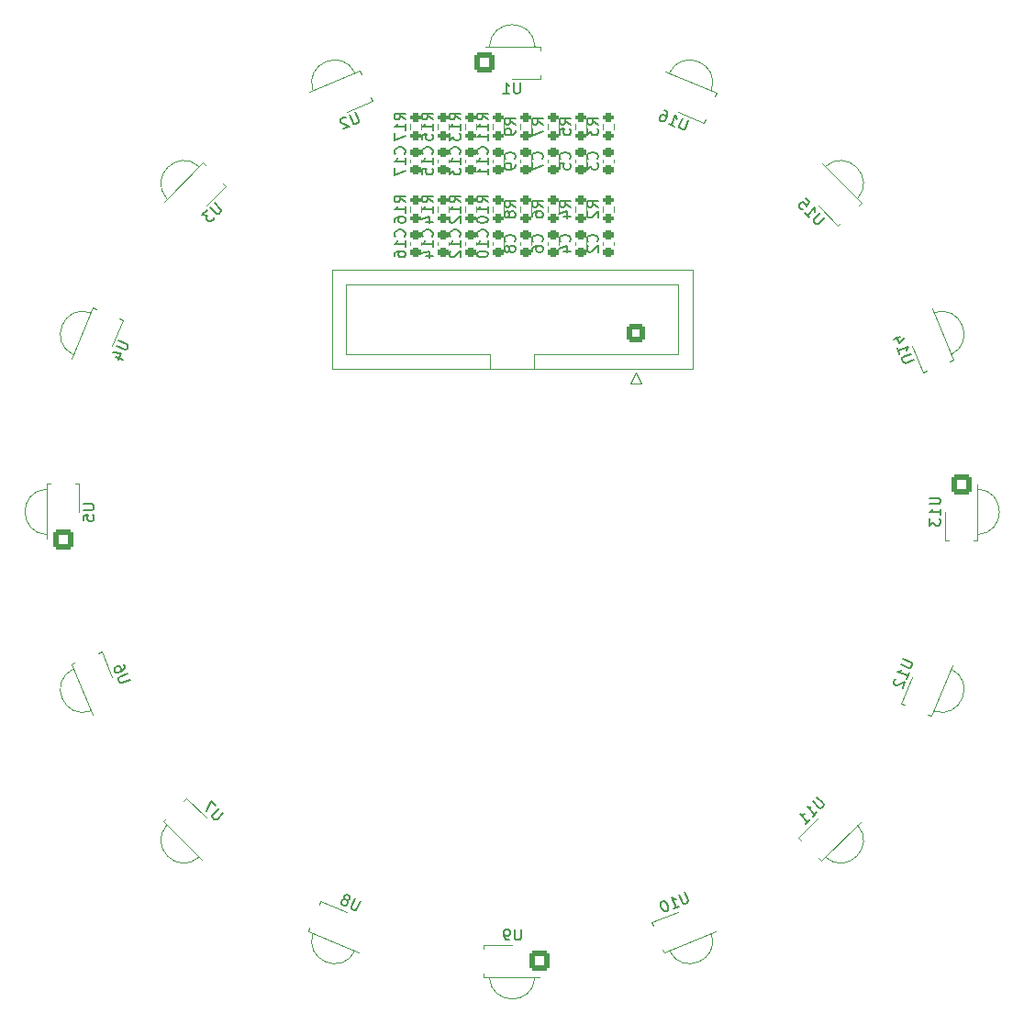
<source format=gbr>
%TF.GenerationSoftware,KiCad,Pcbnew,7.0.6*%
%TF.CreationDate,2023-12-16T12:44:14+09:00*%
%TF.ProjectId,BallSensor_TSSP58038_20230330,42616c6c-5365-46e7-936f-725f54535350,rev?*%
%TF.SameCoordinates,Original*%
%TF.FileFunction,Legend,Bot*%
%TF.FilePolarity,Positive*%
%FSLAX46Y46*%
G04 Gerber Fmt 4.6, Leading zero omitted, Abs format (unit mm)*
G04 Created by KiCad (PCBNEW 7.0.6) date 2023-12-16 12:44:14*
%MOMM*%
%LPD*%
G01*
G04 APERTURE LIST*
G04 Aperture macros list*
%AMRoundRect*
0 Rectangle with rounded corners*
0 $1 Rounding radius*
0 $2 $3 $4 $5 $6 $7 $8 $9 X,Y pos of 4 corners*
0 Add a 4 corners polygon primitive as box body*
4,1,4,$2,$3,$4,$5,$6,$7,$8,$9,$2,$3,0*
0 Add four circle primitives for the rounded corners*
1,1,$1+$1,$2,$3*
1,1,$1+$1,$4,$5*
1,1,$1+$1,$6,$7*
1,1,$1+$1,$8,$9*
0 Add four rect primitives between the rounded corners*
20,1,$1+$1,$2,$3,$4,$5,0*
20,1,$1+$1,$4,$5,$6,$7,0*
20,1,$1+$1,$6,$7,$8,$9,0*
20,1,$1+$1,$8,$9,$2,$3,0*%
G04 Aperture macros list end*
%ADD10C,0.150000*%
%ADD11C,0.120000*%
%ADD12C,3.200000*%
%ADD13RoundRect,0.200000X-0.275000X0.200000X-0.275000X-0.200000X0.275000X-0.200000X0.275000X0.200000X0*%
%ADD14RoundRect,0.250200X0.849005X0.351669X-0.351669X0.849005X-0.849005X-0.351669X0.351669X-0.849005X0*%
%ADD15C,1.800000*%
%ADD16RoundRect,0.225000X-0.250000X0.225000X-0.250000X-0.225000X0.250000X-0.225000X0.250000X0.225000X0*%
%ADD17RoundRect,0.250200X-0.849005X-0.351669X0.351669X-0.849005X0.849005X0.351669X-0.351669X0.849005X0*%
%ADD18RoundRect,0.250200X-0.918956X0.000000X0.000000X-0.918956X0.918956X0.000000X0.000000X0.918956X0*%
%ADD19RoundRect,0.250000X0.600000X-0.600000X0.600000X0.600000X-0.600000X0.600000X-0.600000X-0.600000X0*%
%ADD20C,1.700000*%
%ADD21RoundRect,0.250200X-0.649800X-0.649800X0.649800X-0.649800X0.649800X0.649800X-0.649800X0.649800X0*%
%ADD22RoundRect,0.250200X-0.351669X0.849005X-0.849005X-0.351669X0.351669X-0.849005X0.849005X0.351669X0*%
%ADD23RoundRect,0.250200X0.918956X0.000000X0.000000X0.918956X-0.918956X0.000000X0.000000X-0.918956X0*%
%ADD24RoundRect,0.250200X0.649800X-0.649800X0.649800X0.649800X-0.649800X0.649800X-0.649800X-0.649800X0*%
%ADD25RoundRect,0.250200X0.351669X0.849005X-0.849005X0.351669X-0.351669X-0.849005X0.849005X-0.351669X0*%
%ADD26RoundRect,0.250200X0.000000X-0.918956X0.918956X0.000000X0.000000X0.918956X-0.918956X0.000000X0*%
%ADD27RoundRect,0.250200X-0.649800X0.649800X-0.649800X-0.649800X0.649800X-0.649800X0.649800X0.649800X0*%
%ADD28RoundRect,0.250200X0.351669X-0.849005X0.849005X0.351669X-0.351669X0.849005X-0.849005X-0.351669X0*%
%ADD29RoundRect,0.250200X-0.351669X-0.849005X0.849005X-0.351669X0.351669X0.849005X-0.849005X0.351669X0*%
%ADD30RoundRect,0.250200X-0.849005X0.351669X-0.351669X-0.849005X0.849005X-0.351669X0.351669X0.849005X0*%
%ADD31RoundRect,0.250200X0.849005X-0.351669X0.351669X0.849005X-0.849005X0.351669X-0.351669X-0.849005X0*%
%ADD32RoundRect,0.250200X0.000000X0.918956X-0.918956X0.000000X0.000000X-0.918956X0.918956X0.000000X0*%
%ADD33RoundRect,0.250200X0.649800X0.649800X-0.649800X0.649800X-0.649800X-0.649800X0.649800X-0.649800X0*%
G04 APERTURE END LIST*
D10*
X108879819Y-63968333D02*
X108403628Y-63635000D01*
X108879819Y-63396905D02*
X107879819Y-63396905D01*
X107879819Y-63396905D02*
X107879819Y-63777857D01*
X107879819Y-63777857D02*
X107927438Y-63873095D01*
X107927438Y-63873095D02*
X107975057Y-63920714D01*
X107975057Y-63920714D02*
X108070295Y-63968333D01*
X108070295Y-63968333D02*
X108213152Y-63968333D01*
X108213152Y-63968333D02*
X108308390Y-63920714D01*
X108308390Y-63920714D02*
X108356009Y-63873095D01*
X108356009Y-63873095D02*
X108403628Y-63777857D01*
X108403628Y-63777857D02*
X108403628Y-63396905D01*
X107879819Y-64301667D02*
X107879819Y-64920714D01*
X107879819Y-64920714D02*
X108260771Y-64587381D01*
X108260771Y-64587381D02*
X108260771Y-64730238D01*
X108260771Y-64730238D02*
X108308390Y-64825476D01*
X108308390Y-64825476D02*
X108356009Y-64873095D01*
X108356009Y-64873095D02*
X108451247Y-64920714D01*
X108451247Y-64920714D02*
X108689342Y-64920714D01*
X108689342Y-64920714D02*
X108784580Y-64873095D01*
X108784580Y-64873095D02*
X108832200Y-64825476D01*
X108832200Y-64825476D02*
X108879819Y-64730238D01*
X108879819Y-64730238D02*
X108879819Y-64444524D01*
X108879819Y-64444524D02*
X108832200Y-64349286D01*
X108832200Y-64349286D02*
X108784580Y-64301667D01*
X86970704Y-135566688D02*
X86660913Y-136314591D01*
X86660913Y-136314591D02*
X86580473Y-136384356D01*
X86580473Y-136384356D02*
X86518255Y-136410128D01*
X86518255Y-136410128D02*
X86412044Y-136417676D01*
X86412044Y-136417676D02*
X86236067Y-136344784D01*
X86236067Y-136344784D02*
X86166301Y-136264343D01*
X86166301Y-136264343D02*
X86140530Y-136202126D01*
X86140530Y-136202126D02*
X86132982Y-136095915D01*
X86132982Y-136095915D02*
X86442773Y-135348012D01*
X85706841Y-135507061D02*
X85813052Y-135499513D01*
X85813052Y-135499513D02*
X85875270Y-135473742D01*
X85875270Y-135473742D02*
X85955710Y-135403976D01*
X85955710Y-135403976D02*
X85973933Y-135359982D01*
X85973933Y-135359982D02*
X85966385Y-135253770D01*
X85966385Y-135253770D02*
X85940613Y-135191553D01*
X85940613Y-135191553D02*
X85870848Y-135111113D01*
X85870848Y-135111113D02*
X85694871Y-135038221D01*
X85694871Y-135038221D02*
X85588659Y-135045769D01*
X85588659Y-135045769D02*
X85526442Y-135071540D01*
X85526442Y-135071540D02*
X85446002Y-135141306D01*
X85446002Y-135141306D02*
X85427779Y-135185300D01*
X85427779Y-135185300D02*
X85435327Y-135291512D01*
X85435327Y-135291512D02*
X85461098Y-135353729D01*
X85461098Y-135353729D02*
X85530864Y-135434169D01*
X85530864Y-135434169D02*
X85706841Y-135507061D01*
X85706841Y-135507061D02*
X85776606Y-135587501D01*
X85776606Y-135587501D02*
X85802377Y-135649719D01*
X85802377Y-135649719D02*
X85809926Y-135755930D01*
X85809926Y-135755930D02*
X85737034Y-135931907D01*
X85737034Y-135931907D02*
X85656593Y-136001673D01*
X85656593Y-136001673D02*
X85594376Y-136027444D01*
X85594376Y-136027444D02*
X85488164Y-136034992D01*
X85488164Y-136034992D02*
X85312187Y-135962100D01*
X85312187Y-135962100D02*
X85242422Y-135881660D01*
X85242422Y-135881660D02*
X85216651Y-135819443D01*
X85216651Y-135819443D02*
X85209102Y-135713231D01*
X85209102Y-135713231D02*
X85281995Y-135537254D01*
X85281995Y-135537254D02*
X85362435Y-135467489D01*
X85362435Y-135467489D02*
X85424652Y-135441717D01*
X85424652Y-135441717D02*
X85530864Y-135434169D01*
X106244580Y-67143333D02*
X106292200Y-67095714D01*
X106292200Y-67095714D02*
X106339819Y-66952857D01*
X106339819Y-66952857D02*
X106339819Y-66857619D01*
X106339819Y-66857619D02*
X106292200Y-66714762D01*
X106292200Y-66714762D02*
X106196961Y-66619524D01*
X106196961Y-66619524D02*
X106101723Y-66571905D01*
X106101723Y-66571905D02*
X105911247Y-66524286D01*
X105911247Y-66524286D02*
X105768390Y-66524286D01*
X105768390Y-66524286D02*
X105577914Y-66571905D01*
X105577914Y-66571905D02*
X105482676Y-66619524D01*
X105482676Y-66619524D02*
X105387438Y-66714762D01*
X105387438Y-66714762D02*
X105339819Y-66857619D01*
X105339819Y-66857619D02*
X105339819Y-66952857D01*
X105339819Y-66952857D02*
X105387438Y-67095714D01*
X105387438Y-67095714D02*
X105435057Y-67143333D01*
X105339819Y-68048095D02*
X105339819Y-67571905D01*
X105339819Y-67571905D02*
X105816009Y-67524286D01*
X105816009Y-67524286D02*
X105768390Y-67571905D01*
X105768390Y-67571905D02*
X105720771Y-67667143D01*
X105720771Y-67667143D02*
X105720771Y-67905238D01*
X105720771Y-67905238D02*
X105768390Y-68000476D01*
X105768390Y-68000476D02*
X105816009Y-68048095D01*
X105816009Y-68048095D02*
X105911247Y-68095714D01*
X105911247Y-68095714D02*
X106149342Y-68095714D01*
X106149342Y-68095714D02*
X106244580Y-68048095D01*
X106244580Y-68048095D02*
X106292200Y-68000476D01*
X106292200Y-68000476D02*
X106339819Y-67905238D01*
X106339819Y-67905238D02*
X106339819Y-67667143D01*
X106339819Y-67667143D02*
X106292200Y-67571905D01*
X106292200Y-67571905D02*
X106244580Y-67524286D01*
X93639819Y-63492142D02*
X93163628Y-63158809D01*
X93639819Y-62920714D02*
X92639819Y-62920714D01*
X92639819Y-62920714D02*
X92639819Y-63301666D01*
X92639819Y-63301666D02*
X92687438Y-63396904D01*
X92687438Y-63396904D02*
X92735057Y-63444523D01*
X92735057Y-63444523D02*
X92830295Y-63492142D01*
X92830295Y-63492142D02*
X92973152Y-63492142D01*
X92973152Y-63492142D02*
X93068390Y-63444523D01*
X93068390Y-63444523D02*
X93116009Y-63396904D01*
X93116009Y-63396904D02*
X93163628Y-63301666D01*
X93163628Y-63301666D02*
X93163628Y-62920714D01*
X93639819Y-64444523D02*
X93639819Y-63873095D01*
X93639819Y-64158809D02*
X92639819Y-64158809D01*
X92639819Y-64158809D02*
X92782676Y-64063571D01*
X92782676Y-64063571D02*
X92877914Y-63968333D01*
X92877914Y-63968333D02*
X92925533Y-63873095D01*
X92639819Y-65349285D02*
X92639819Y-64873095D01*
X92639819Y-64873095D02*
X93116009Y-64825476D01*
X93116009Y-64825476D02*
X93068390Y-64873095D01*
X93068390Y-64873095D02*
X93020771Y-64968333D01*
X93020771Y-64968333D02*
X93020771Y-65206428D01*
X93020771Y-65206428D02*
X93068390Y-65301666D01*
X93068390Y-65301666D02*
X93116009Y-65349285D01*
X93116009Y-65349285D02*
X93211247Y-65396904D01*
X93211247Y-65396904D02*
X93449342Y-65396904D01*
X93449342Y-65396904D02*
X93544580Y-65349285D01*
X93544580Y-65349285D02*
X93592200Y-65301666D01*
X93592200Y-65301666D02*
X93639819Y-65206428D01*
X93639819Y-65206428D02*
X93639819Y-64968333D01*
X93639819Y-64968333D02*
X93592200Y-64873095D01*
X93592200Y-64873095D02*
X93544580Y-64825476D01*
X101164580Y-74763333D02*
X101212200Y-74715714D01*
X101212200Y-74715714D02*
X101259819Y-74572857D01*
X101259819Y-74572857D02*
X101259819Y-74477619D01*
X101259819Y-74477619D02*
X101212200Y-74334762D01*
X101212200Y-74334762D02*
X101116961Y-74239524D01*
X101116961Y-74239524D02*
X101021723Y-74191905D01*
X101021723Y-74191905D02*
X100831247Y-74144286D01*
X100831247Y-74144286D02*
X100688390Y-74144286D01*
X100688390Y-74144286D02*
X100497914Y-74191905D01*
X100497914Y-74191905D02*
X100402676Y-74239524D01*
X100402676Y-74239524D02*
X100307438Y-74334762D01*
X100307438Y-74334762D02*
X100259819Y-74477619D01*
X100259819Y-74477619D02*
X100259819Y-74572857D01*
X100259819Y-74572857D02*
X100307438Y-74715714D01*
X100307438Y-74715714D02*
X100355057Y-74763333D01*
X100688390Y-75334762D02*
X100640771Y-75239524D01*
X100640771Y-75239524D02*
X100593152Y-75191905D01*
X100593152Y-75191905D02*
X100497914Y-75144286D01*
X100497914Y-75144286D02*
X100450295Y-75144286D01*
X100450295Y-75144286D02*
X100355057Y-75191905D01*
X100355057Y-75191905D02*
X100307438Y-75239524D01*
X100307438Y-75239524D02*
X100259819Y-75334762D01*
X100259819Y-75334762D02*
X100259819Y-75525238D01*
X100259819Y-75525238D02*
X100307438Y-75620476D01*
X100307438Y-75620476D02*
X100355057Y-75668095D01*
X100355057Y-75668095D02*
X100450295Y-75715714D01*
X100450295Y-75715714D02*
X100497914Y-75715714D01*
X100497914Y-75715714D02*
X100593152Y-75668095D01*
X100593152Y-75668095D02*
X100640771Y-75620476D01*
X100640771Y-75620476D02*
X100688390Y-75525238D01*
X100688390Y-75525238D02*
X100688390Y-75334762D01*
X100688390Y-75334762D02*
X100736009Y-75239524D01*
X100736009Y-75239524D02*
X100783628Y-75191905D01*
X100783628Y-75191905D02*
X100878866Y-75144286D01*
X100878866Y-75144286D02*
X101069342Y-75144286D01*
X101069342Y-75144286D02*
X101164580Y-75191905D01*
X101164580Y-75191905D02*
X101212200Y-75239524D01*
X101212200Y-75239524D02*
X101259819Y-75334762D01*
X101259819Y-75334762D02*
X101259819Y-75525238D01*
X101259819Y-75525238D02*
X101212200Y-75620476D01*
X101212200Y-75620476D02*
X101164580Y-75668095D01*
X101164580Y-75668095D02*
X101069342Y-75715714D01*
X101069342Y-75715714D02*
X100878866Y-75715714D01*
X100878866Y-75715714D02*
X100783628Y-75668095D01*
X100783628Y-75668095D02*
X100736009Y-75620476D01*
X100736009Y-75620476D02*
X100688390Y-75525238D01*
X98624580Y-74287142D02*
X98672200Y-74239523D01*
X98672200Y-74239523D02*
X98719819Y-74096666D01*
X98719819Y-74096666D02*
X98719819Y-74001428D01*
X98719819Y-74001428D02*
X98672200Y-73858571D01*
X98672200Y-73858571D02*
X98576961Y-73763333D01*
X98576961Y-73763333D02*
X98481723Y-73715714D01*
X98481723Y-73715714D02*
X98291247Y-73668095D01*
X98291247Y-73668095D02*
X98148390Y-73668095D01*
X98148390Y-73668095D02*
X97957914Y-73715714D01*
X97957914Y-73715714D02*
X97862676Y-73763333D01*
X97862676Y-73763333D02*
X97767438Y-73858571D01*
X97767438Y-73858571D02*
X97719819Y-74001428D01*
X97719819Y-74001428D02*
X97719819Y-74096666D01*
X97719819Y-74096666D02*
X97767438Y-74239523D01*
X97767438Y-74239523D02*
X97815057Y-74287142D01*
X98719819Y-75239523D02*
X98719819Y-74668095D01*
X98719819Y-74953809D02*
X97719819Y-74953809D01*
X97719819Y-74953809D02*
X97862676Y-74858571D01*
X97862676Y-74858571D02*
X97957914Y-74763333D01*
X97957914Y-74763333D02*
X98005533Y-74668095D01*
X97719819Y-75858571D02*
X97719819Y-75953809D01*
X97719819Y-75953809D02*
X97767438Y-76049047D01*
X97767438Y-76049047D02*
X97815057Y-76096666D01*
X97815057Y-76096666D02*
X97910295Y-76144285D01*
X97910295Y-76144285D02*
X98100771Y-76191904D01*
X98100771Y-76191904D02*
X98338866Y-76191904D01*
X98338866Y-76191904D02*
X98529342Y-76144285D01*
X98529342Y-76144285D02*
X98624580Y-76096666D01*
X98624580Y-76096666D02*
X98672200Y-76049047D01*
X98672200Y-76049047D02*
X98719819Y-75953809D01*
X98719819Y-75953809D02*
X98719819Y-75858571D01*
X98719819Y-75858571D02*
X98672200Y-75763333D01*
X98672200Y-75763333D02*
X98624580Y-75715714D01*
X98624580Y-75715714D02*
X98529342Y-75668095D01*
X98529342Y-75668095D02*
X98338866Y-75620476D01*
X98338866Y-75620476D02*
X98100771Y-75620476D01*
X98100771Y-75620476D02*
X97910295Y-75668095D01*
X97910295Y-75668095D02*
X97815057Y-75715714D01*
X97815057Y-75715714D02*
X97767438Y-75763333D01*
X97767438Y-75763333D02*
X97719819Y-75858571D01*
X108879819Y-71588333D02*
X108403628Y-71255000D01*
X108879819Y-71016905D02*
X107879819Y-71016905D01*
X107879819Y-71016905D02*
X107879819Y-71397857D01*
X107879819Y-71397857D02*
X107927438Y-71493095D01*
X107927438Y-71493095D02*
X107975057Y-71540714D01*
X107975057Y-71540714D02*
X108070295Y-71588333D01*
X108070295Y-71588333D02*
X108213152Y-71588333D01*
X108213152Y-71588333D02*
X108308390Y-71540714D01*
X108308390Y-71540714D02*
X108356009Y-71493095D01*
X108356009Y-71493095D02*
X108403628Y-71397857D01*
X108403628Y-71397857D02*
X108403628Y-71016905D01*
X107975057Y-71969286D02*
X107927438Y-72016905D01*
X107927438Y-72016905D02*
X107879819Y-72112143D01*
X107879819Y-72112143D02*
X107879819Y-72350238D01*
X107879819Y-72350238D02*
X107927438Y-72445476D01*
X107927438Y-72445476D02*
X107975057Y-72493095D01*
X107975057Y-72493095D02*
X108070295Y-72540714D01*
X108070295Y-72540714D02*
X108165533Y-72540714D01*
X108165533Y-72540714D02*
X108308390Y-72493095D01*
X108308390Y-72493095D02*
X108879819Y-71921667D01*
X108879819Y-71921667D02*
X108879819Y-72540714D01*
X106244580Y-74763333D02*
X106292200Y-74715714D01*
X106292200Y-74715714D02*
X106339819Y-74572857D01*
X106339819Y-74572857D02*
X106339819Y-74477619D01*
X106339819Y-74477619D02*
X106292200Y-74334762D01*
X106292200Y-74334762D02*
X106196961Y-74239524D01*
X106196961Y-74239524D02*
X106101723Y-74191905D01*
X106101723Y-74191905D02*
X105911247Y-74144286D01*
X105911247Y-74144286D02*
X105768390Y-74144286D01*
X105768390Y-74144286D02*
X105577914Y-74191905D01*
X105577914Y-74191905D02*
X105482676Y-74239524D01*
X105482676Y-74239524D02*
X105387438Y-74334762D01*
X105387438Y-74334762D02*
X105339819Y-74477619D01*
X105339819Y-74477619D02*
X105339819Y-74572857D01*
X105339819Y-74572857D02*
X105387438Y-74715714D01*
X105387438Y-74715714D02*
X105435057Y-74763333D01*
X105673152Y-75620476D02*
X106339819Y-75620476D01*
X105292200Y-75382381D02*
X106006485Y-75144286D01*
X106006485Y-75144286D02*
X106006485Y-75763333D01*
X106339819Y-71588333D02*
X105863628Y-71255000D01*
X106339819Y-71016905D02*
X105339819Y-71016905D01*
X105339819Y-71016905D02*
X105339819Y-71397857D01*
X105339819Y-71397857D02*
X105387438Y-71493095D01*
X105387438Y-71493095D02*
X105435057Y-71540714D01*
X105435057Y-71540714D02*
X105530295Y-71588333D01*
X105530295Y-71588333D02*
X105673152Y-71588333D01*
X105673152Y-71588333D02*
X105768390Y-71540714D01*
X105768390Y-71540714D02*
X105816009Y-71493095D01*
X105816009Y-71493095D02*
X105863628Y-71397857D01*
X105863628Y-71397857D02*
X105863628Y-71016905D01*
X105673152Y-72445476D02*
X106339819Y-72445476D01*
X105292200Y-72207381D02*
X106006485Y-71969286D01*
X106006485Y-71969286D02*
X106006485Y-72588333D01*
X101164580Y-67143333D02*
X101212200Y-67095714D01*
X101212200Y-67095714D02*
X101259819Y-66952857D01*
X101259819Y-66952857D02*
X101259819Y-66857619D01*
X101259819Y-66857619D02*
X101212200Y-66714762D01*
X101212200Y-66714762D02*
X101116961Y-66619524D01*
X101116961Y-66619524D02*
X101021723Y-66571905D01*
X101021723Y-66571905D02*
X100831247Y-66524286D01*
X100831247Y-66524286D02*
X100688390Y-66524286D01*
X100688390Y-66524286D02*
X100497914Y-66571905D01*
X100497914Y-66571905D02*
X100402676Y-66619524D01*
X100402676Y-66619524D02*
X100307438Y-66714762D01*
X100307438Y-66714762D02*
X100259819Y-66857619D01*
X100259819Y-66857619D02*
X100259819Y-66952857D01*
X100259819Y-66952857D02*
X100307438Y-67095714D01*
X100307438Y-67095714D02*
X100355057Y-67143333D01*
X101259819Y-67619524D02*
X101259819Y-67810000D01*
X101259819Y-67810000D02*
X101212200Y-67905238D01*
X101212200Y-67905238D02*
X101164580Y-67952857D01*
X101164580Y-67952857D02*
X101021723Y-68048095D01*
X101021723Y-68048095D02*
X100831247Y-68095714D01*
X100831247Y-68095714D02*
X100450295Y-68095714D01*
X100450295Y-68095714D02*
X100355057Y-68048095D01*
X100355057Y-68048095D02*
X100307438Y-68000476D01*
X100307438Y-68000476D02*
X100259819Y-67905238D01*
X100259819Y-67905238D02*
X100259819Y-67714762D01*
X100259819Y-67714762D02*
X100307438Y-67619524D01*
X100307438Y-67619524D02*
X100355057Y-67571905D01*
X100355057Y-67571905D02*
X100450295Y-67524286D01*
X100450295Y-67524286D02*
X100688390Y-67524286D01*
X100688390Y-67524286D02*
X100783628Y-67571905D01*
X100783628Y-67571905D02*
X100831247Y-67619524D01*
X100831247Y-67619524D02*
X100878866Y-67714762D01*
X100878866Y-67714762D02*
X100878866Y-67905238D01*
X100878866Y-67905238D02*
X100831247Y-68000476D01*
X100831247Y-68000476D02*
X100783628Y-68048095D01*
X100783628Y-68048095D02*
X100688390Y-68095714D01*
X117224314Y-63563312D02*
X116914522Y-64311215D01*
X116914522Y-64311215D02*
X116834082Y-64380980D01*
X116834082Y-64380980D02*
X116771865Y-64406752D01*
X116771865Y-64406752D02*
X116665653Y-64414300D01*
X116665653Y-64414300D02*
X116489676Y-64341408D01*
X116489676Y-64341408D02*
X116419911Y-64260967D01*
X116419911Y-64260967D02*
X116394139Y-64198750D01*
X116394139Y-64198750D02*
X116386591Y-64092539D01*
X116386591Y-64092539D02*
X116696382Y-63344636D01*
X115389820Y-63885832D02*
X115917751Y-64104508D01*
X115653785Y-63995170D02*
X116036469Y-63071291D01*
X116036469Y-63071291D02*
X116069788Y-63239720D01*
X116069788Y-63239720D02*
X116121331Y-63364154D01*
X116121331Y-63364154D02*
X116191096Y-63444594D01*
X114980606Y-62633938D02*
X115156583Y-62706830D01*
X115156583Y-62706830D02*
X115226349Y-62787271D01*
X115226349Y-62787271D02*
X115252120Y-62849488D01*
X115252120Y-62849488D02*
X115285439Y-63017917D01*
X115285439Y-63017917D02*
X115256542Y-63212117D01*
X115256542Y-63212117D02*
X115110757Y-63564071D01*
X115110757Y-63564071D02*
X115030317Y-63633836D01*
X115030317Y-63633836D02*
X114968100Y-63659608D01*
X114968100Y-63659608D02*
X114861888Y-63667156D01*
X114861888Y-63667156D02*
X114685911Y-63594264D01*
X114685911Y-63594264D02*
X114616146Y-63513824D01*
X114616146Y-63513824D02*
X114590375Y-63451606D01*
X114590375Y-63451606D02*
X114582826Y-63345395D01*
X114582826Y-63345395D02*
X114673941Y-63125423D01*
X114673941Y-63125423D02*
X114754382Y-63055658D01*
X114754382Y-63055658D02*
X114816599Y-63029887D01*
X114816599Y-63029887D02*
X114922811Y-63022338D01*
X114922811Y-63022338D02*
X115098788Y-63095231D01*
X115098788Y-63095231D02*
X115168553Y-63175671D01*
X115168553Y-63175671D02*
X115194324Y-63237888D01*
X115194324Y-63237888D02*
X115201873Y-63344100D01*
X129810201Y-72535159D02*
X129237781Y-73107578D01*
X129237781Y-73107578D02*
X129136766Y-73141250D01*
X129136766Y-73141250D02*
X129069422Y-73141250D01*
X129069422Y-73141250D02*
X128968407Y-73107578D01*
X128968407Y-73107578D02*
X128833720Y-72972891D01*
X128833720Y-72972891D02*
X128800048Y-72871876D01*
X128800048Y-72871876D02*
X128800048Y-72804533D01*
X128800048Y-72804533D02*
X128833720Y-72703517D01*
X128833720Y-72703517D02*
X129406140Y-72131098D01*
X127991926Y-72131098D02*
X128395987Y-72535159D01*
X128193957Y-72333128D02*
X128901064Y-71626021D01*
X128901064Y-71626021D02*
X128867392Y-71794380D01*
X128867392Y-71794380D02*
X128867392Y-71929067D01*
X128867392Y-71929067D02*
X128901064Y-72030082D01*
X128059270Y-70784227D02*
X128395987Y-71120945D01*
X128395987Y-71120945D02*
X128092942Y-71491334D01*
X128092942Y-71491334D02*
X128092942Y-71423991D01*
X128092942Y-71423991D02*
X128059270Y-71322976D01*
X128059270Y-71322976D02*
X127890911Y-71154617D01*
X127890911Y-71154617D02*
X127789896Y-71120945D01*
X127789896Y-71120945D02*
X127722552Y-71120945D01*
X127722552Y-71120945D02*
X127621537Y-71154617D01*
X127621537Y-71154617D02*
X127453178Y-71322976D01*
X127453178Y-71322976D02*
X127419506Y-71423991D01*
X127419506Y-71423991D02*
X127419506Y-71491334D01*
X127419506Y-71491334D02*
X127453178Y-71592350D01*
X127453178Y-71592350D02*
X127621537Y-71760708D01*
X127621537Y-71760708D02*
X127722552Y-71794380D01*
X127722552Y-71794380D02*
X127789896Y-71794380D01*
X103799819Y-71588333D02*
X103323628Y-71255000D01*
X103799819Y-71016905D02*
X102799819Y-71016905D01*
X102799819Y-71016905D02*
X102799819Y-71397857D01*
X102799819Y-71397857D02*
X102847438Y-71493095D01*
X102847438Y-71493095D02*
X102895057Y-71540714D01*
X102895057Y-71540714D02*
X102990295Y-71588333D01*
X102990295Y-71588333D02*
X103133152Y-71588333D01*
X103133152Y-71588333D02*
X103228390Y-71540714D01*
X103228390Y-71540714D02*
X103276009Y-71493095D01*
X103276009Y-71493095D02*
X103323628Y-71397857D01*
X103323628Y-71397857D02*
X103323628Y-71016905D01*
X102799819Y-72445476D02*
X102799819Y-72255000D01*
X102799819Y-72255000D02*
X102847438Y-72159762D01*
X102847438Y-72159762D02*
X102895057Y-72112143D01*
X102895057Y-72112143D02*
X103037914Y-72016905D01*
X103037914Y-72016905D02*
X103228390Y-71969286D01*
X103228390Y-71969286D02*
X103609342Y-71969286D01*
X103609342Y-71969286D02*
X103704580Y-72016905D01*
X103704580Y-72016905D02*
X103752200Y-72064524D01*
X103752200Y-72064524D02*
X103799819Y-72159762D01*
X103799819Y-72159762D02*
X103799819Y-72350238D01*
X103799819Y-72350238D02*
X103752200Y-72445476D01*
X103752200Y-72445476D02*
X103704580Y-72493095D01*
X103704580Y-72493095D02*
X103609342Y-72540714D01*
X103609342Y-72540714D02*
X103371247Y-72540714D01*
X103371247Y-72540714D02*
X103276009Y-72493095D01*
X103276009Y-72493095D02*
X103228390Y-72445476D01*
X103228390Y-72445476D02*
X103180771Y-72350238D01*
X103180771Y-72350238D02*
X103180771Y-72159762D01*
X103180771Y-72159762D02*
X103228390Y-72064524D01*
X103228390Y-72064524D02*
X103276009Y-72016905D01*
X103276009Y-72016905D02*
X103371247Y-71969286D01*
X101259819Y-63968333D02*
X100783628Y-63635000D01*
X101259819Y-63396905D02*
X100259819Y-63396905D01*
X100259819Y-63396905D02*
X100259819Y-63777857D01*
X100259819Y-63777857D02*
X100307438Y-63873095D01*
X100307438Y-63873095D02*
X100355057Y-63920714D01*
X100355057Y-63920714D02*
X100450295Y-63968333D01*
X100450295Y-63968333D02*
X100593152Y-63968333D01*
X100593152Y-63968333D02*
X100688390Y-63920714D01*
X100688390Y-63920714D02*
X100736009Y-63873095D01*
X100736009Y-63873095D02*
X100783628Y-63777857D01*
X100783628Y-63777857D02*
X100783628Y-63396905D01*
X101259819Y-64444524D02*
X101259819Y-64635000D01*
X101259819Y-64635000D02*
X101212200Y-64730238D01*
X101212200Y-64730238D02*
X101164580Y-64777857D01*
X101164580Y-64777857D02*
X101021723Y-64873095D01*
X101021723Y-64873095D02*
X100831247Y-64920714D01*
X100831247Y-64920714D02*
X100450295Y-64920714D01*
X100450295Y-64920714D02*
X100355057Y-64873095D01*
X100355057Y-64873095D02*
X100307438Y-64825476D01*
X100307438Y-64825476D02*
X100259819Y-64730238D01*
X100259819Y-64730238D02*
X100259819Y-64539762D01*
X100259819Y-64539762D02*
X100307438Y-64444524D01*
X100307438Y-64444524D02*
X100355057Y-64396905D01*
X100355057Y-64396905D02*
X100450295Y-64349286D01*
X100450295Y-64349286D02*
X100688390Y-64349286D01*
X100688390Y-64349286D02*
X100783628Y-64396905D01*
X100783628Y-64396905D02*
X100831247Y-64444524D01*
X100831247Y-64444524D02*
X100878866Y-64539762D01*
X100878866Y-64539762D02*
X100878866Y-64730238D01*
X100878866Y-64730238D02*
X100831247Y-64825476D01*
X100831247Y-64825476D02*
X100783628Y-64873095D01*
X100783628Y-64873095D02*
X100688390Y-64920714D01*
X103704580Y-67143333D02*
X103752200Y-67095714D01*
X103752200Y-67095714D02*
X103799819Y-66952857D01*
X103799819Y-66952857D02*
X103799819Y-66857619D01*
X103799819Y-66857619D02*
X103752200Y-66714762D01*
X103752200Y-66714762D02*
X103656961Y-66619524D01*
X103656961Y-66619524D02*
X103561723Y-66571905D01*
X103561723Y-66571905D02*
X103371247Y-66524286D01*
X103371247Y-66524286D02*
X103228390Y-66524286D01*
X103228390Y-66524286D02*
X103037914Y-66571905D01*
X103037914Y-66571905D02*
X102942676Y-66619524D01*
X102942676Y-66619524D02*
X102847438Y-66714762D01*
X102847438Y-66714762D02*
X102799819Y-66857619D01*
X102799819Y-66857619D02*
X102799819Y-66952857D01*
X102799819Y-66952857D02*
X102847438Y-67095714D01*
X102847438Y-67095714D02*
X102895057Y-67143333D01*
X102799819Y-67476667D02*
X102799819Y-68143333D01*
X102799819Y-68143333D02*
X103799819Y-67714762D01*
X93544580Y-74287142D02*
X93592200Y-74239523D01*
X93592200Y-74239523D02*
X93639819Y-74096666D01*
X93639819Y-74096666D02*
X93639819Y-74001428D01*
X93639819Y-74001428D02*
X93592200Y-73858571D01*
X93592200Y-73858571D02*
X93496961Y-73763333D01*
X93496961Y-73763333D02*
X93401723Y-73715714D01*
X93401723Y-73715714D02*
X93211247Y-73668095D01*
X93211247Y-73668095D02*
X93068390Y-73668095D01*
X93068390Y-73668095D02*
X92877914Y-73715714D01*
X92877914Y-73715714D02*
X92782676Y-73763333D01*
X92782676Y-73763333D02*
X92687438Y-73858571D01*
X92687438Y-73858571D02*
X92639819Y-74001428D01*
X92639819Y-74001428D02*
X92639819Y-74096666D01*
X92639819Y-74096666D02*
X92687438Y-74239523D01*
X92687438Y-74239523D02*
X92735057Y-74287142D01*
X93639819Y-75239523D02*
X93639819Y-74668095D01*
X93639819Y-74953809D02*
X92639819Y-74953809D01*
X92639819Y-74953809D02*
X92782676Y-74858571D01*
X92782676Y-74858571D02*
X92877914Y-74763333D01*
X92877914Y-74763333D02*
X92925533Y-74668095D01*
X92973152Y-76096666D02*
X93639819Y-76096666D01*
X92592200Y-75858571D02*
X93306485Y-75620476D01*
X93306485Y-75620476D02*
X93306485Y-76239523D01*
X98719819Y-71112142D02*
X98243628Y-70778809D01*
X98719819Y-70540714D02*
X97719819Y-70540714D01*
X97719819Y-70540714D02*
X97719819Y-70921666D01*
X97719819Y-70921666D02*
X97767438Y-71016904D01*
X97767438Y-71016904D02*
X97815057Y-71064523D01*
X97815057Y-71064523D02*
X97910295Y-71112142D01*
X97910295Y-71112142D02*
X98053152Y-71112142D01*
X98053152Y-71112142D02*
X98148390Y-71064523D01*
X98148390Y-71064523D02*
X98196009Y-71016904D01*
X98196009Y-71016904D02*
X98243628Y-70921666D01*
X98243628Y-70921666D02*
X98243628Y-70540714D01*
X98719819Y-72064523D02*
X98719819Y-71493095D01*
X98719819Y-71778809D02*
X97719819Y-71778809D01*
X97719819Y-71778809D02*
X97862676Y-71683571D01*
X97862676Y-71683571D02*
X97957914Y-71588333D01*
X97957914Y-71588333D02*
X98005533Y-71493095D01*
X97719819Y-72683571D02*
X97719819Y-72778809D01*
X97719819Y-72778809D02*
X97767438Y-72874047D01*
X97767438Y-72874047D02*
X97815057Y-72921666D01*
X97815057Y-72921666D02*
X97910295Y-72969285D01*
X97910295Y-72969285D02*
X98100771Y-73016904D01*
X98100771Y-73016904D02*
X98338866Y-73016904D01*
X98338866Y-73016904D02*
X98529342Y-72969285D01*
X98529342Y-72969285D02*
X98624580Y-72921666D01*
X98624580Y-72921666D02*
X98672200Y-72874047D01*
X98672200Y-72874047D02*
X98719819Y-72778809D01*
X98719819Y-72778809D02*
X98719819Y-72683571D01*
X98719819Y-72683571D02*
X98672200Y-72588333D01*
X98672200Y-72588333D02*
X98624580Y-72540714D01*
X98624580Y-72540714D02*
X98529342Y-72493095D01*
X98529342Y-72493095D02*
X98338866Y-72445476D01*
X98338866Y-72445476D02*
X98100771Y-72445476D01*
X98100771Y-72445476D02*
X97910295Y-72493095D01*
X97910295Y-72493095D02*
X97815057Y-72540714D01*
X97815057Y-72540714D02*
X97767438Y-72588333D01*
X97767438Y-72588333D02*
X97719819Y-72683571D01*
X108784580Y-74763333D02*
X108832200Y-74715714D01*
X108832200Y-74715714D02*
X108879819Y-74572857D01*
X108879819Y-74572857D02*
X108879819Y-74477619D01*
X108879819Y-74477619D02*
X108832200Y-74334762D01*
X108832200Y-74334762D02*
X108736961Y-74239524D01*
X108736961Y-74239524D02*
X108641723Y-74191905D01*
X108641723Y-74191905D02*
X108451247Y-74144286D01*
X108451247Y-74144286D02*
X108308390Y-74144286D01*
X108308390Y-74144286D02*
X108117914Y-74191905D01*
X108117914Y-74191905D02*
X108022676Y-74239524D01*
X108022676Y-74239524D02*
X107927438Y-74334762D01*
X107927438Y-74334762D02*
X107879819Y-74477619D01*
X107879819Y-74477619D02*
X107879819Y-74572857D01*
X107879819Y-74572857D02*
X107927438Y-74715714D01*
X107927438Y-74715714D02*
X107975057Y-74763333D01*
X107975057Y-75144286D02*
X107927438Y-75191905D01*
X107927438Y-75191905D02*
X107879819Y-75287143D01*
X107879819Y-75287143D02*
X107879819Y-75525238D01*
X107879819Y-75525238D02*
X107927438Y-75620476D01*
X107927438Y-75620476D02*
X107975057Y-75668095D01*
X107975057Y-75668095D02*
X108070295Y-75715714D01*
X108070295Y-75715714D02*
X108165533Y-75715714D01*
X108165533Y-75715714D02*
X108308390Y-75668095D01*
X108308390Y-75668095D02*
X108879819Y-75096667D01*
X108879819Y-75096667D02*
X108879819Y-75715714D01*
X101686904Y-60090819D02*
X101686904Y-60900342D01*
X101686904Y-60900342D02*
X101639285Y-60995580D01*
X101639285Y-60995580D02*
X101591666Y-61043200D01*
X101591666Y-61043200D02*
X101496428Y-61090819D01*
X101496428Y-61090819D02*
X101305952Y-61090819D01*
X101305952Y-61090819D02*
X101210714Y-61043200D01*
X101210714Y-61043200D02*
X101163095Y-60995580D01*
X101163095Y-60995580D02*
X101115476Y-60900342D01*
X101115476Y-60900342D02*
X101115476Y-60090819D01*
X100115476Y-61090819D02*
X100686904Y-61090819D01*
X100401190Y-61090819D02*
X100401190Y-60090819D01*
X100401190Y-60090819D02*
X100496428Y-60233676D01*
X100496428Y-60233676D02*
X100591666Y-60328914D01*
X100591666Y-60328914D02*
X100686904Y-60376533D01*
X96084580Y-66667142D02*
X96132200Y-66619523D01*
X96132200Y-66619523D02*
X96179819Y-66476666D01*
X96179819Y-66476666D02*
X96179819Y-66381428D01*
X96179819Y-66381428D02*
X96132200Y-66238571D01*
X96132200Y-66238571D02*
X96036961Y-66143333D01*
X96036961Y-66143333D02*
X95941723Y-66095714D01*
X95941723Y-66095714D02*
X95751247Y-66048095D01*
X95751247Y-66048095D02*
X95608390Y-66048095D01*
X95608390Y-66048095D02*
X95417914Y-66095714D01*
X95417914Y-66095714D02*
X95322676Y-66143333D01*
X95322676Y-66143333D02*
X95227438Y-66238571D01*
X95227438Y-66238571D02*
X95179819Y-66381428D01*
X95179819Y-66381428D02*
X95179819Y-66476666D01*
X95179819Y-66476666D02*
X95227438Y-66619523D01*
X95227438Y-66619523D02*
X95275057Y-66667142D01*
X96179819Y-67619523D02*
X96179819Y-67048095D01*
X96179819Y-67333809D02*
X95179819Y-67333809D01*
X95179819Y-67333809D02*
X95322676Y-67238571D01*
X95322676Y-67238571D02*
X95417914Y-67143333D01*
X95417914Y-67143333D02*
X95465533Y-67048095D01*
X95179819Y-67952857D02*
X95179819Y-68571904D01*
X95179819Y-68571904D02*
X95560771Y-68238571D01*
X95560771Y-68238571D02*
X95560771Y-68381428D01*
X95560771Y-68381428D02*
X95608390Y-68476666D01*
X95608390Y-68476666D02*
X95656009Y-68524285D01*
X95656009Y-68524285D02*
X95751247Y-68571904D01*
X95751247Y-68571904D02*
X95989342Y-68571904D01*
X95989342Y-68571904D02*
X96084580Y-68524285D01*
X96084580Y-68524285D02*
X96132200Y-68476666D01*
X96132200Y-68476666D02*
X96179819Y-68381428D01*
X96179819Y-68381428D02*
X96179819Y-68095714D01*
X96179819Y-68095714D02*
X96132200Y-68000476D01*
X96132200Y-68000476D02*
X96084580Y-67952857D01*
X103704580Y-74763333D02*
X103752200Y-74715714D01*
X103752200Y-74715714D02*
X103799819Y-74572857D01*
X103799819Y-74572857D02*
X103799819Y-74477619D01*
X103799819Y-74477619D02*
X103752200Y-74334762D01*
X103752200Y-74334762D02*
X103656961Y-74239524D01*
X103656961Y-74239524D02*
X103561723Y-74191905D01*
X103561723Y-74191905D02*
X103371247Y-74144286D01*
X103371247Y-74144286D02*
X103228390Y-74144286D01*
X103228390Y-74144286D02*
X103037914Y-74191905D01*
X103037914Y-74191905D02*
X102942676Y-74239524D01*
X102942676Y-74239524D02*
X102847438Y-74334762D01*
X102847438Y-74334762D02*
X102799819Y-74477619D01*
X102799819Y-74477619D02*
X102799819Y-74572857D01*
X102799819Y-74572857D02*
X102847438Y-74715714D01*
X102847438Y-74715714D02*
X102895057Y-74763333D01*
X102799819Y-75620476D02*
X102799819Y-75430000D01*
X102799819Y-75430000D02*
X102847438Y-75334762D01*
X102847438Y-75334762D02*
X102895057Y-75287143D01*
X102895057Y-75287143D02*
X103037914Y-75191905D01*
X103037914Y-75191905D02*
X103228390Y-75144286D01*
X103228390Y-75144286D02*
X103609342Y-75144286D01*
X103609342Y-75144286D02*
X103704580Y-75191905D01*
X103704580Y-75191905D02*
X103752200Y-75239524D01*
X103752200Y-75239524D02*
X103799819Y-75334762D01*
X103799819Y-75334762D02*
X103799819Y-75525238D01*
X103799819Y-75525238D02*
X103752200Y-75620476D01*
X103752200Y-75620476D02*
X103704580Y-75668095D01*
X103704580Y-75668095D02*
X103609342Y-75715714D01*
X103609342Y-75715714D02*
X103371247Y-75715714D01*
X103371247Y-75715714D02*
X103276009Y-75668095D01*
X103276009Y-75668095D02*
X103228390Y-75620476D01*
X103228390Y-75620476D02*
X103180771Y-75525238D01*
X103180771Y-75525238D02*
X103180771Y-75334762D01*
X103180771Y-75334762D02*
X103228390Y-75239524D01*
X103228390Y-75239524D02*
X103276009Y-75191905D01*
X103276009Y-75191905D02*
X103371247Y-75144286D01*
X93639819Y-71112142D02*
X93163628Y-70778809D01*
X93639819Y-70540714D02*
X92639819Y-70540714D01*
X92639819Y-70540714D02*
X92639819Y-70921666D01*
X92639819Y-70921666D02*
X92687438Y-71016904D01*
X92687438Y-71016904D02*
X92735057Y-71064523D01*
X92735057Y-71064523D02*
X92830295Y-71112142D01*
X92830295Y-71112142D02*
X92973152Y-71112142D01*
X92973152Y-71112142D02*
X93068390Y-71064523D01*
X93068390Y-71064523D02*
X93116009Y-71016904D01*
X93116009Y-71016904D02*
X93163628Y-70921666D01*
X93163628Y-70921666D02*
X93163628Y-70540714D01*
X93639819Y-72064523D02*
X93639819Y-71493095D01*
X93639819Y-71778809D02*
X92639819Y-71778809D01*
X92639819Y-71778809D02*
X92782676Y-71683571D01*
X92782676Y-71683571D02*
X92877914Y-71588333D01*
X92877914Y-71588333D02*
X92925533Y-71493095D01*
X92973152Y-72921666D02*
X93639819Y-72921666D01*
X92592200Y-72683571D02*
X93306485Y-72445476D01*
X93306485Y-72445476D02*
X93306485Y-73064523D01*
X106339819Y-63968333D02*
X105863628Y-63635000D01*
X106339819Y-63396905D02*
X105339819Y-63396905D01*
X105339819Y-63396905D02*
X105339819Y-63777857D01*
X105339819Y-63777857D02*
X105387438Y-63873095D01*
X105387438Y-63873095D02*
X105435057Y-63920714D01*
X105435057Y-63920714D02*
X105530295Y-63968333D01*
X105530295Y-63968333D02*
X105673152Y-63968333D01*
X105673152Y-63968333D02*
X105768390Y-63920714D01*
X105768390Y-63920714D02*
X105816009Y-63873095D01*
X105816009Y-63873095D02*
X105863628Y-63777857D01*
X105863628Y-63777857D02*
X105863628Y-63396905D01*
X105339819Y-64873095D02*
X105339819Y-64396905D01*
X105339819Y-64396905D02*
X105816009Y-64349286D01*
X105816009Y-64349286D02*
X105768390Y-64396905D01*
X105768390Y-64396905D02*
X105720771Y-64492143D01*
X105720771Y-64492143D02*
X105720771Y-64730238D01*
X105720771Y-64730238D02*
X105768390Y-64825476D01*
X105768390Y-64825476D02*
X105816009Y-64873095D01*
X105816009Y-64873095D02*
X105911247Y-64920714D01*
X105911247Y-64920714D02*
X106149342Y-64920714D01*
X106149342Y-64920714D02*
X106244580Y-64873095D01*
X106244580Y-64873095D02*
X106292200Y-64825476D01*
X106292200Y-64825476D02*
X106339819Y-64730238D01*
X106339819Y-64730238D02*
X106339819Y-64492143D01*
X106339819Y-64492143D02*
X106292200Y-64396905D01*
X106292200Y-64396905D02*
X106244580Y-64349286D01*
X137027918Y-113240349D02*
X137775821Y-113550141D01*
X137775821Y-113550141D02*
X137845586Y-113630581D01*
X137845586Y-113630581D02*
X137871358Y-113692798D01*
X137871358Y-113692798D02*
X137878906Y-113799010D01*
X137878906Y-113799010D02*
X137806014Y-113974987D01*
X137806014Y-113974987D02*
X137725573Y-114044752D01*
X137725573Y-114044752D02*
X137663356Y-114070524D01*
X137663356Y-114070524D02*
X137557145Y-114078072D01*
X137557145Y-114078072D02*
X136809242Y-113768281D01*
X137350438Y-115074843D02*
X137569114Y-114546912D01*
X137459776Y-114810878D02*
X136535897Y-114428194D01*
X136535897Y-114428194D02*
X136704326Y-114394875D01*
X136704326Y-114394875D02*
X136828760Y-114343332D01*
X136828760Y-114343332D02*
X136909200Y-114273567D01*
X136368763Y-115080560D02*
X136306546Y-115106331D01*
X136306546Y-115106331D02*
X136226105Y-115176097D01*
X136226105Y-115176097D02*
X136134990Y-115396068D01*
X136134990Y-115396068D02*
X136142539Y-115502280D01*
X136142539Y-115502280D02*
X136168310Y-115564497D01*
X136168310Y-115564497D02*
X136238075Y-115644937D01*
X136238075Y-115644937D02*
X136326064Y-115681383D01*
X136326064Y-115681383D02*
X136476270Y-115692058D01*
X136476270Y-115692058D02*
X137222877Y-115382803D01*
X137222877Y-115382803D02*
X136985978Y-115954729D01*
X93544580Y-66667142D02*
X93592200Y-66619523D01*
X93592200Y-66619523D02*
X93639819Y-66476666D01*
X93639819Y-66476666D02*
X93639819Y-66381428D01*
X93639819Y-66381428D02*
X93592200Y-66238571D01*
X93592200Y-66238571D02*
X93496961Y-66143333D01*
X93496961Y-66143333D02*
X93401723Y-66095714D01*
X93401723Y-66095714D02*
X93211247Y-66048095D01*
X93211247Y-66048095D02*
X93068390Y-66048095D01*
X93068390Y-66048095D02*
X92877914Y-66095714D01*
X92877914Y-66095714D02*
X92782676Y-66143333D01*
X92782676Y-66143333D02*
X92687438Y-66238571D01*
X92687438Y-66238571D02*
X92639819Y-66381428D01*
X92639819Y-66381428D02*
X92639819Y-66476666D01*
X92639819Y-66476666D02*
X92687438Y-66619523D01*
X92687438Y-66619523D02*
X92735057Y-66667142D01*
X93639819Y-67619523D02*
X93639819Y-67048095D01*
X93639819Y-67333809D02*
X92639819Y-67333809D01*
X92639819Y-67333809D02*
X92782676Y-67238571D01*
X92782676Y-67238571D02*
X92877914Y-67143333D01*
X92877914Y-67143333D02*
X92925533Y-67048095D01*
X92639819Y-68524285D02*
X92639819Y-68048095D01*
X92639819Y-68048095D02*
X93116009Y-68000476D01*
X93116009Y-68000476D02*
X93068390Y-68048095D01*
X93068390Y-68048095D02*
X93020771Y-68143333D01*
X93020771Y-68143333D02*
X93020771Y-68381428D01*
X93020771Y-68381428D02*
X93068390Y-68476666D01*
X93068390Y-68476666D02*
X93116009Y-68524285D01*
X93116009Y-68524285D02*
X93211247Y-68571904D01*
X93211247Y-68571904D02*
X93449342Y-68571904D01*
X93449342Y-68571904D02*
X93544580Y-68524285D01*
X93544580Y-68524285D02*
X93592200Y-68476666D01*
X93592200Y-68476666D02*
X93639819Y-68381428D01*
X93639819Y-68381428D02*
X93639819Y-68143333D01*
X93639819Y-68143333D02*
X93592200Y-68048095D01*
X93592200Y-68048095D02*
X93544580Y-68000476D01*
X74305012Y-127480049D02*
X73732592Y-128052469D01*
X73732592Y-128052469D02*
X73631577Y-128086141D01*
X73631577Y-128086141D02*
X73564233Y-128086141D01*
X73564233Y-128086141D02*
X73463218Y-128052469D01*
X73463218Y-128052469D02*
X73328531Y-127917782D01*
X73328531Y-127917782D02*
X73294859Y-127816767D01*
X73294859Y-127816767D02*
X73294859Y-127749423D01*
X73294859Y-127749423D02*
X73328531Y-127648408D01*
X73328531Y-127648408D02*
X73900951Y-127075988D01*
X73631577Y-126806614D02*
X73160172Y-126335210D01*
X73160172Y-126335210D02*
X72756111Y-127345362D01*
X108784580Y-67143333D02*
X108832200Y-67095714D01*
X108832200Y-67095714D02*
X108879819Y-66952857D01*
X108879819Y-66952857D02*
X108879819Y-66857619D01*
X108879819Y-66857619D02*
X108832200Y-66714762D01*
X108832200Y-66714762D02*
X108736961Y-66619524D01*
X108736961Y-66619524D02*
X108641723Y-66571905D01*
X108641723Y-66571905D02*
X108451247Y-66524286D01*
X108451247Y-66524286D02*
X108308390Y-66524286D01*
X108308390Y-66524286D02*
X108117914Y-66571905D01*
X108117914Y-66571905D02*
X108022676Y-66619524D01*
X108022676Y-66619524D02*
X107927438Y-66714762D01*
X107927438Y-66714762D02*
X107879819Y-66857619D01*
X107879819Y-66857619D02*
X107879819Y-66952857D01*
X107879819Y-66952857D02*
X107927438Y-67095714D01*
X107927438Y-67095714D02*
X107975057Y-67143333D01*
X107879819Y-67476667D02*
X107879819Y-68095714D01*
X107879819Y-68095714D02*
X108260771Y-67762381D01*
X108260771Y-67762381D02*
X108260771Y-67905238D01*
X108260771Y-67905238D02*
X108308390Y-68000476D01*
X108308390Y-68000476D02*
X108356009Y-68048095D01*
X108356009Y-68048095D02*
X108451247Y-68095714D01*
X108451247Y-68095714D02*
X108689342Y-68095714D01*
X108689342Y-68095714D02*
X108784580Y-68048095D01*
X108784580Y-68048095D02*
X108832200Y-68000476D01*
X108832200Y-68000476D02*
X108879819Y-67905238D01*
X108879819Y-67905238D02*
X108879819Y-67619524D01*
X108879819Y-67619524D02*
X108832200Y-67524286D01*
X108832200Y-67524286D02*
X108784580Y-67476667D01*
X61369819Y-98964095D02*
X62179342Y-98964095D01*
X62179342Y-98964095D02*
X62274580Y-99011714D01*
X62274580Y-99011714D02*
X62322200Y-99059333D01*
X62322200Y-99059333D02*
X62369819Y-99154571D01*
X62369819Y-99154571D02*
X62369819Y-99345047D01*
X62369819Y-99345047D02*
X62322200Y-99440285D01*
X62322200Y-99440285D02*
X62274580Y-99487904D01*
X62274580Y-99487904D02*
X62179342Y-99535523D01*
X62179342Y-99535523D02*
X61369819Y-99535523D01*
X61369819Y-100487904D02*
X61369819Y-100011714D01*
X61369819Y-100011714D02*
X61846009Y-99964095D01*
X61846009Y-99964095D02*
X61798390Y-100011714D01*
X61798390Y-100011714D02*
X61750771Y-100106952D01*
X61750771Y-100106952D02*
X61750771Y-100345047D01*
X61750771Y-100345047D02*
X61798390Y-100440285D01*
X61798390Y-100440285D02*
X61846009Y-100487904D01*
X61846009Y-100487904D02*
X61941247Y-100535523D01*
X61941247Y-100535523D02*
X62179342Y-100535523D01*
X62179342Y-100535523D02*
X62274580Y-100487904D01*
X62274580Y-100487904D02*
X62322200Y-100440285D01*
X62322200Y-100440285D02*
X62369819Y-100345047D01*
X62369819Y-100345047D02*
X62369819Y-100106952D01*
X62369819Y-100106952D02*
X62322200Y-100011714D01*
X62322200Y-100011714D02*
X62274580Y-99964095D01*
X116880960Y-134770707D02*
X117190752Y-135518609D01*
X117190752Y-135518609D02*
X117183203Y-135624821D01*
X117183203Y-135624821D02*
X117157432Y-135687038D01*
X117157432Y-135687038D02*
X117087667Y-135767478D01*
X117087667Y-135767478D02*
X116911690Y-135840370D01*
X116911690Y-135840370D02*
X116805478Y-135832822D01*
X116805478Y-135832822D02*
X116743261Y-135807051D01*
X116743261Y-135807051D02*
X116662820Y-135737285D01*
X116662820Y-135737285D02*
X116353029Y-134989383D01*
X115811833Y-136295946D02*
X116339764Y-136077270D01*
X116075799Y-136186608D02*
X115693115Y-135262728D01*
X115693115Y-135262728D02*
X115835773Y-135358265D01*
X115835773Y-135358265D02*
X115960207Y-135409807D01*
X115960207Y-135409807D02*
X116066419Y-135417356D01*
X114857224Y-135608966D02*
X114769236Y-135645412D01*
X114769236Y-135645412D02*
X114699470Y-135725852D01*
X114699470Y-135725852D02*
X114673699Y-135788069D01*
X114673699Y-135788069D02*
X114666151Y-135894281D01*
X114666151Y-135894281D02*
X114695048Y-136088481D01*
X114695048Y-136088481D02*
X114786163Y-136308452D01*
X114786163Y-136308452D02*
X114903050Y-136466206D01*
X114903050Y-136466206D02*
X114983490Y-136535972D01*
X114983490Y-136535972D02*
X115045707Y-136561743D01*
X115045707Y-136561743D02*
X115151919Y-136569291D01*
X115151919Y-136569291D02*
X115239908Y-136532845D01*
X115239908Y-136532845D02*
X115309673Y-136452405D01*
X115309673Y-136452405D02*
X115335444Y-136390188D01*
X115335444Y-136390188D02*
X115342992Y-136283976D01*
X115342992Y-136283976D02*
X115314095Y-136089776D01*
X115314095Y-136089776D02*
X115222980Y-135869805D01*
X115222980Y-135869805D02*
X115106093Y-135712051D01*
X115106093Y-135712051D02*
X115025653Y-135642285D01*
X115025653Y-135642285D02*
X114963436Y-135616514D01*
X114963436Y-135616514D02*
X114857224Y-135608966D01*
X91099819Y-71112142D02*
X90623628Y-70778809D01*
X91099819Y-70540714D02*
X90099819Y-70540714D01*
X90099819Y-70540714D02*
X90099819Y-70921666D01*
X90099819Y-70921666D02*
X90147438Y-71016904D01*
X90147438Y-71016904D02*
X90195057Y-71064523D01*
X90195057Y-71064523D02*
X90290295Y-71112142D01*
X90290295Y-71112142D02*
X90433152Y-71112142D01*
X90433152Y-71112142D02*
X90528390Y-71064523D01*
X90528390Y-71064523D02*
X90576009Y-71016904D01*
X90576009Y-71016904D02*
X90623628Y-70921666D01*
X90623628Y-70921666D02*
X90623628Y-70540714D01*
X91099819Y-72064523D02*
X91099819Y-71493095D01*
X91099819Y-71778809D02*
X90099819Y-71778809D01*
X90099819Y-71778809D02*
X90242676Y-71683571D01*
X90242676Y-71683571D02*
X90337914Y-71588333D01*
X90337914Y-71588333D02*
X90385533Y-71493095D01*
X90099819Y-72921666D02*
X90099819Y-72731190D01*
X90099819Y-72731190D02*
X90147438Y-72635952D01*
X90147438Y-72635952D02*
X90195057Y-72588333D01*
X90195057Y-72588333D02*
X90337914Y-72493095D01*
X90337914Y-72493095D02*
X90528390Y-72445476D01*
X90528390Y-72445476D02*
X90909342Y-72445476D01*
X90909342Y-72445476D02*
X91004580Y-72493095D01*
X91004580Y-72493095D02*
X91052200Y-72540714D01*
X91052200Y-72540714D02*
X91099819Y-72635952D01*
X91099819Y-72635952D02*
X91099819Y-72826428D01*
X91099819Y-72826428D02*
X91052200Y-72921666D01*
X91052200Y-72921666D02*
X91004580Y-72969285D01*
X91004580Y-72969285D02*
X90909342Y-73016904D01*
X90909342Y-73016904D02*
X90671247Y-73016904D01*
X90671247Y-73016904D02*
X90576009Y-72969285D01*
X90576009Y-72969285D02*
X90528390Y-72921666D01*
X90528390Y-72921666D02*
X90480771Y-72826428D01*
X90480771Y-72826428D02*
X90480771Y-72635952D01*
X90480771Y-72635952D02*
X90528390Y-72540714D01*
X90528390Y-72540714D02*
X90576009Y-72493095D01*
X90576009Y-72493095D02*
X90671247Y-72445476D01*
X73477441Y-71177514D02*
X74049861Y-71749934D01*
X74049861Y-71749934D02*
X74083533Y-71850949D01*
X74083533Y-71850949D02*
X74083533Y-71918293D01*
X74083533Y-71918293D02*
X74049861Y-72019308D01*
X74049861Y-72019308D02*
X73915174Y-72153995D01*
X73915174Y-72153995D02*
X73814159Y-72187667D01*
X73814159Y-72187667D02*
X73746815Y-72187667D01*
X73746815Y-72187667D02*
X73645800Y-72153995D01*
X73645800Y-72153995D02*
X73073380Y-71581575D01*
X72804006Y-71850949D02*
X72366274Y-72288682D01*
X72366274Y-72288682D02*
X72871350Y-72322354D01*
X72871350Y-72322354D02*
X72770335Y-72423369D01*
X72770335Y-72423369D02*
X72736663Y-72524384D01*
X72736663Y-72524384D02*
X72736663Y-72591728D01*
X72736663Y-72591728D02*
X72770335Y-72692743D01*
X72770335Y-72692743D02*
X72938693Y-72861102D01*
X72938693Y-72861102D02*
X73039709Y-72894774D01*
X73039709Y-72894774D02*
X73107052Y-72894774D01*
X73107052Y-72894774D02*
X73208067Y-72861102D01*
X73208067Y-72861102D02*
X73410098Y-72659071D01*
X73410098Y-72659071D02*
X73443770Y-72558056D01*
X73443770Y-72558056D02*
X73443770Y-72490713D01*
X101259819Y-71588333D02*
X100783628Y-71255000D01*
X101259819Y-71016905D02*
X100259819Y-71016905D01*
X100259819Y-71016905D02*
X100259819Y-71397857D01*
X100259819Y-71397857D02*
X100307438Y-71493095D01*
X100307438Y-71493095D02*
X100355057Y-71540714D01*
X100355057Y-71540714D02*
X100450295Y-71588333D01*
X100450295Y-71588333D02*
X100593152Y-71588333D01*
X100593152Y-71588333D02*
X100688390Y-71540714D01*
X100688390Y-71540714D02*
X100736009Y-71493095D01*
X100736009Y-71493095D02*
X100783628Y-71397857D01*
X100783628Y-71397857D02*
X100783628Y-71016905D01*
X100688390Y-72159762D02*
X100640771Y-72064524D01*
X100640771Y-72064524D02*
X100593152Y-72016905D01*
X100593152Y-72016905D02*
X100497914Y-71969286D01*
X100497914Y-71969286D02*
X100450295Y-71969286D01*
X100450295Y-71969286D02*
X100355057Y-72016905D01*
X100355057Y-72016905D02*
X100307438Y-72064524D01*
X100307438Y-72064524D02*
X100259819Y-72159762D01*
X100259819Y-72159762D02*
X100259819Y-72350238D01*
X100259819Y-72350238D02*
X100307438Y-72445476D01*
X100307438Y-72445476D02*
X100355057Y-72493095D01*
X100355057Y-72493095D02*
X100450295Y-72540714D01*
X100450295Y-72540714D02*
X100497914Y-72540714D01*
X100497914Y-72540714D02*
X100593152Y-72493095D01*
X100593152Y-72493095D02*
X100640771Y-72445476D01*
X100640771Y-72445476D02*
X100688390Y-72350238D01*
X100688390Y-72350238D02*
X100688390Y-72159762D01*
X100688390Y-72159762D02*
X100736009Y-72064524D01*
X100736009Y-72064524D02*
X100783628Y-72016905D01*
X100783628Y-72016905D02*
X100878866Y-71969286D01*
X100878866Y-71969286D02*
X101069342Y-71969286D01*
X101069342Y-71969286D02*
X101164580Y-72016905D01*
X101164580Y-72016905D02*
X101212200Y-72064524D01*
X101212200Y-72064524D02*
X101259819Y-72159762D01*
X101259819Y-72159762D02*
X101259819Y-72350238D01*
X101259819Y-72350238D02*
X101212200Y-72445476D01*
X101212200Y-72445476D02*
X101164580Y-72493095D01*
X101164580Y-72493095D02*
X101069342Y-72540714D01*
X101069342Y-72540714D02*
X100878866Y-72540714D01*
X100878866Y-72540714D02*
X100783628Y-72493095D01*
X100783628Y-72493095D02*
X100736009Y-72445476D01*
X100736009Y-72445476D02*
X100688390Y-72350238D01*
X139469819Y-98407905D02*
X140279342Y-98407905D01*
X140279342Y-98407905D02*
X140374580Y-98455524D01*
X140374580Y-98455524D02*
X140422200Y-98503143D01*
X140422200Y-98503143D02*
X140469819Y-98598381D01*
X140469819Y-98598381D02*
X140469819Y-98788857D01*
X140469819Y-98788857D02*
X140422200Y-98884095D01*
X140422200Y-98884095D02*
X140374580Y-98931714D01*
X140374580Y-98931714D02*
X140279342Y-98979333D01*
X140279342Y-98979333D02*
X139469819Y-98979333D01*
X140469819Y-99979333D02*
X140469819Y-99407905D01*
X140469819Y-99693619D02*
X139469819Y-99693619D01*
X139469819Y-99693619D02*
X139612676Y-99598381D01*
X139612676Y-99598381D02*
X139707914Y-99503143D01*
X139707914Y-99503143D02*
X139755533Y-99407905D01*
X139469819Y-100312667D02*
X139469819Y-100931714D01*
X139469819Y-100931714D02*
X139850771Y-100598381D01*
X139850771Y-100598381D02*
X139850771Y-100741238D01*
X139850771Y-100741238D02*
X139898390Y-100836476D01*
X139898390Y-100836476D02*
X139946009Y-100884095D01*
X139946009Y-100884095D02*
X140041247Y-100931714D01*
X140041247Y-100931714D02*
X140279342Y-100931714D01*
X140279342Y-100931714D02*
X140374580Y-100884095D01*
X140374580Y-100884095D02*
X140422200Y-100836476D01*
X140422200Y-100836476D02*
X140469819Y-100741238D01*
X140469819Y-100741238D02*
X140469819Y-100455524D01*
X140469819Y-100455524D02*
X140422200Y-100360286D01*
X140422200Y-100360286D02*
X140374580Y-100312667D01*
X64660082Y-83866626D02*
X65407985Y-84176417D01*
X65407985Y-84176417D02*
X65477750Y-84256857D01*
X65477750Y-84256857D02*
X65503522Y-84319075D01*
X65503522Y-84319075D02*
X65511070Y-84425286D01*
X65511070Y-84425286D02*
X65438178Y-84601263D01*
X65438178Y-84601263D02*
X65357737Y-84671029D01*
X65357737Y-84671029D02*
X65295520Y-84696800D01*
X65295520Y-84696800D02*
X65189309Y-84704348D01*
X65189309Y-84704348D02*
X64441406Y-84394557D01*
X64403129Y-85358009D02*
X65019048Y-85613131D01*
X64142290Y-84992253D02*
X64893319Y-85045627D01*
X64893319Y-85045627D02*
X64656419Y-85617553D01*
X91099819Y-63492142D02*
X90623628Y-63158809D01*
X91099819Y-62920714D02*
X90099819Y-62920714D01*
X90099819Y-62920714D02*
X90099819Y-63301666D01*
X90099819Y-63301666D02*
X90147438Y-63396904D01*
X90147438Y-63396904D02*
X90195057Y-63444523D01*
X90195057Y-63444523D02*
X90290295Y-63492142D01*
X90290295Y-63492142D02*
X90433152Y-63492142D01*
X90433152Y-63492142D02*
X90528390Y-63444523D01*
X90528390Y-63444523D02*
X90576009Y-63396904D01*
X90576009Y-63396904D02*
X90623628Y-63301666D01*
X90623628Y-63301666D02*
X90623628Y-62920714D01*
X91099819Y-64444523D02*
X91099819Y-63873095D01*
X91099819Y-64158809D02*
X90099819Y-64158809D01*
X90099819Y-64158809D02*
X90242676Y-64063571D01*
X90242676Y-64063571D02*
X90337914Y-63968333D01*
X90337914Y-63968333D02*
X90385533Y-63873095D01*
X90099819Y-64777857D02*
X90099819Y-65444523D01*
X90099819Y-65444523D02*
X91099819Y-65015952D01*
X91004580Y-66667142D02*
X91052200Y-66619523D01*
X91052200Y-66619523D02*
X91099819Y-66476666D01*
X91099819Y-66476666D02*
X91099819Y-66381428D01*
X91099819Y-66381428D02*
X91052200Y-66238571D01*
X91052200Y-66238571D02*
X90956961Y-66143333D01*
X90956961Y-66143333D02*
X90861723Y-66095714D01*
X90861723Y-66095714D02*
X90671247Y-66048095D01*
X90671247Y-66048095D02*
X90528390Y-66048095D01*
X90528390Y-66048095D02*
X90337914Y-66095714D01*
X90337914Y-66095714D02*
X90242676Y-66143333D01*
X90242676Y-66143333D02*
X90147438Y-66238571D01*
X90147438Y-66238571D02*
X90099819Y-66381428D01*
X90099819Y-66381428D02*
X90099819Y-66476666D01*
X90099819Y-66476666D02*
X90147438Y-66619523D01*
X90147438Y-66619523D02*
X90195057Y-66667142D01*
X91099819Y-67619523D02*
X91099819Y-67048095D01*
X91099819Y-67333809D02*
X90099819Y-67333809D01*
X90099819Y-67333809D02*
X90242676Y-67238571D01*
X90242676Y-67238571D02*
X90337914Y-67143333D01*
X90337914Y-67143333D02*
X90385533Y-67048095D01*
X90099819Y-67952857D02*
X90099819Y-68619523D01*
X90099819Y-68619523D02*
X91099819Y-68190952D01*
X96084580Y-74287142D02*
X96132200Y-74239523D01*
X96132200Y-74239523D02*
X96179819Y-74096666D01*
X96179819Y-74096666D02*
X96179819Y-74001428D01*
X96179819Y-74001428D02*
X96132200Y-73858571D01*
X96132200Y-73858571D02*
X96036961Y-73763333D01*
X96036961Y-73763333D02*
X95941723Y-73715714D01*
X95941723Y-73715714D02*
X95751247Y-73668095D01*
X95751247Y-73668095D02*
X95608390Y-73668095D01*
X95608390Y-73668095D02*
X95417914Y-73715714D01*
X95417914Y-73715714D02*
X95322676Y-73763333D01*
X95322676Y-73763333D02*
X95227438Y-73858571D01*
X95227438Y-73858571D02*
X95179819Y-74001428D01*
X95179819Y-74001428D02*
X95179819Y-74096666D01*
X95179819Y-74096666D02*
X95227438Y-74239523D01*
X95227438Y-74239523D02*
X95275057Y-74287142D01*
X96179819Y-75239523D02*
X96179819Y-74668095D01*
X96179819Y-74953809D02*
X95179819Y-74953809D01*
X95179819Y-74953809D02*
X95322676Y-74858571D01*
X95322676Y-74858571D02*
X95417914Y-74763333D01*
X95417914Y-74763333D02*
X95465533Y-74668095D01*
X95275057Y-75620476D02*
X95227438Y-75668095D01*
X95227438Y-75668095D02*
X95179819Y-75763333D01*
X95179819Y-75763333D02*
X95179819Y-76001428D01*
X95179819Y-76001428D02*
X95227438Y-76096666D01*
X95227438Y-76096666D02*
X95275057Y-76144285D01*
X95275057Y-76144285D02*
X95370295Y-76191904D01*
X95370295Y-76191904D02*
X95465533Y-76191904D01*
X95465533Y-76191904D02*
X95608390Y-76144285D01*
X95608390Y-76144285D02*
X96179819Y-75572857D01*
X96179819Y-75572857D02*
X96179819Y-76191904D01*
X96179819Y-63492142D02*
X95703628Y-63158809D01*
X96179819Y-62920714D02*
X95179819Y-62920714D01*
X95179819Y-62920714D02*
X95179819Y-63301666D01*
X95179819Y-63301666D02*
X95227438Y-63396904D01*
X95227438Y-63396904D02*
X95275057Y-63444523D01*
X95275057Y-63444523D02*
X95370295Y-63492142D01*
X95370295Y-63492142D02*
X95513152Y-63492142D01*
X95513152Y-63492142D02*
X95608390Y-63444523D01*
X95608390Y-63444523D02*
X95656009Y-63396904D01*
X95656009Y-63396904D02*
X95703628Y-63301666D01*
X95703628Y-63301666D02*
X95703628Y-62920714D01*
X96179819Y-64444523D02*
X96179819Y-63873095D01*
X96179819Y-64158809D02*
X95179819Y-64158809D01*
X95179819Y-64158809D02*
X95322676Y-64063571D01*
X95322676Y-64063571D02*
X95417914Y-63968333D01*
X95417914Y-63968333D02*
X95465533Y-63873095D01*
X95179819Y-64777857D02*
X95179819Y-65396904D01*
X95179819Y-65396904D02*
X95560771Y-65063571D01*
X95560771Y-65063571D02*
X95560771Y-65206428D01*
X95560771Y-65206428D02*
X95608390Y-65301666D01*
X95608390Y-65301666D02*
X95656009Y-65349285D01*
X95656009Y-65349285D02*
X95751247Y-65396904D01*
X95751247Y-65396904D02*
X95989342Y-65396904D01*
X95989342Y-65396904D02*
X96084580Y-65349285D01*
X96084580Y-65349285D02*
X96132200Y-65301666D01*
X96132200Y-65301666D02*
X96179819Y-65206428D01*
X96179819Y-65206428D02*
X96179819Y-64920714D01*
X96179819Y-64920714D02*
X96132200Y-64825476D01*
X96132200Y-64825476D02*
X96084580Y-64777857D01*
X86479532Y-62828561D02*
X86789323Y-63576463D01*
X86789323Y-63576463D02*
X86781775Y-63682675D01*
X86781775Y-63682675D02*
X86756004Y-63744892D01*
X86756004Y-63744892D02*
X86686238Y-63825332D01*
X86686238Y-63825332D02*
X86510261Y-63898224D01*
X86510261Y-63898224D02*
X86404050Y-63890676D01*
X86404050Y-63890676D02*
X86341832Y-63864905D01*
X86341832Y-63864905D02*
X86261392Y-63795139D01*
X86261392Y-63795139D02*
X85951601Y-63047237D01*
X85592099Y-63299233D02*
X85529881Y-63273461D01*
X85529881Y-63273461D02*
X85423670Y-63265913D01*
X85423670Y-63265913D02*
X85203698Y-63357028D01*
X85203698Y-63357028D02*
X85133933Y-63437469D01*
X85133933Y-63437469D02*
X85108162Y-63499686D01*
X85108162Y-63499686D02*
X85100613Y-63605897D01*
X85100613Y-63605897D02*
X85137059Y-63693886D01*
X85137059Y-63693886D02*
X85235723Y-63807646D01*
X85235723Y-63807646D02*
X85982330Y-64116901D01*
X85982330Y-64116901D02*
X85410405Y-64353800D01*
X96179819Y-71112142D02*
X95703628Y-70778809D01*
X96179819Y-70540714D02*
X95179819Y-70540714D01*
X95179819Y-70540714D02*
X95179819Y-70921666D01*
X95179819Y-70921666D02*
X95227438Y-71016904D01*
X95227438Y-71016904D02*
X95275057Y-71064523D01*
X95275057Y-71064523D02*
X95370295Y-71112142D01*
X95370295Y-71112142D02*
X95513152Y-71112142D01*
X95513152Y-71112142D02*
X95608390Y-71064523D01*
X95608390Y-71064523D02*
X95656009Y-71016904D01*
X95656009Y-71016904D02*
X95703628Y-70921666D01*
X95703628Y-70921666D02*
X95703628Y-70540714D01*
X96179819Y-72064523D02*
X96179819Y-71493095D01*
X96179819Y-71778809D02*
X95179819Y-71778809D01*
X95179819Y-71778809D02*
X95322676Y-71683571D01*
X95322676Y-71683571D02*
X95417914Y-71588333D01*
X95417914Y-71588333D02*
X95465533Y-71493095D01*
X95275057Y-72445476D02*
X95227438Y-72493095D01*
X95227438Y-72493095D02*
X95179819Y-72588333D01*
X95179819Y-72588333D02*
X95179819Y-72826428D01*
X95179819Y-72826428D02*
X95227438Y-72921666D01*
X95227438Y-72921666D02*
X95275057Y-72969285D01*
X95275057Y-72969285D02*
X95370295Y-73016904D01*
X95370295Y-73016904D02*
X95465533Y-73016904D01*
X95465533Y-73016904D02*
X95608390Y-72969285D01*
X95608390Y-72969285D02*
X96179819Y-72397857D01*
X96179819Y-72397857D02*
X96179819Y-73016904D01*
X138004666Y-85640474D02*
X137256764Y-85950266D01*
X137256764Y-85950266D02*
X137150552Y-85942717D01*
X137150552Y-85942717D02*
X137088335Y-85916946D01*
X137088335Y-85916946D02*
X137007895Y-85847181D01*
X137007895Y-85847181D02*
X136935003Y-85671204D01*
X136935003Y-85671204D02*
X136942551Y-85564992D01*
X136942551Y-85564992D02*
X136968322Y-85502775D01*
X136968322Y-85502775D02*
X137038088Y-85422334D01*
X137038088Y-85422334D02*
X137785990Y-85112543D01*
X136479427Y-84571347D02*
X136698103Y-85099278D01*
X136588765Y-84835313D02*
X137512645Y-84452629D01*
X137512645Y-84452629D02*
X137417108Y-84595287D01*
X137417108Y-84595287D02*
X137365566Y-84719721D01*
X137365566Y-84719721D02*
X137358017Y-84825933D01*
X136767332Y-83524328D02*
X136151413Y-83779450D01*
X137210402Y-83598515D02*
X136641603Y-84091832D01*
X136641603Y-84091832D02*
X136404704Y-83519906D01*
X103799819Y-63968333D02*
X103323628Y-63635000D01*
X103799819Y-63396905D02*
X102799819Y-63396905D01*
X102799819Y-63396905D02*
X102799819Y-63777857D01*
X102799819Y-63777857D02*
X102847438Y-63873095D01*
X102847438Y-63873095D02*
X102895057Y-63920714D01*
X102895057Y-63920714D02*
X102990295Y-63968333D01*
X102990295Y-63968333D02*
X103133152Y-63968333D01*
X103133152Y-63968333D02*
X103228390Y-63920714D01*
X103228390Y-63920714D02*
X103276009Y-63873095D01*
X103276009Y-63873095D02*
X103323628Y-63777857D01*
X103323628Y-63777857D02*
X103323628Y-63396905D01*
X102799819Y-64301667D02*
X102799819Y-64968333D01*
X102799819Y-64968333D02*
X103799819Y-64539762D01*
X98719819Y-63492142D02*
X98243628Y-63158809D01*
X98719819Y-62920714D02*
X97719819Y-62920714D01*
X97719819Y-62920714D02*
X97719819Y-63301666D01*
X97719819Y-63301666D02*
X97767438Y-63396904D01*
X97767438Y-63396904D02*
X97815057Y-63444523D01*
X97815057Y-63444523D02*
X97910295Y-63492142D01*
X97910295Y-63492142D02*
X98053152Y-63492142D01*
X98053152Y-63492142D02*
X98148390Y-63444523D01*
X98148390Y-63444523D02*
X98196009Y-63396904D01*
X98196009Y-63396904D02*
X98243628Y-63301666D01*
X98243628Y-63301666D02*
X98243628Y-62920714D01*
X98719819Y-64444523D02*
X98719819Y-63873095D01*
X98719819Y-64158809D02*
X97719819Y-64158809D01*
X97719819Y-64158809D02*
X97862676Y-64063571D01*
X97862676Y-64063571D02*
X97957914Y-63968333D01*
X97957914Y-63968333D02*
X98005533Y-63873095D01*
X98719819Y-65396904D02*
X98719819Y-64825476D01*
X98719819Y-65111190D02*
X97719819Y-65111190D01*
X97719819Y-65111190D02*
X97862676Y-65015952D01*
X97862676Y-65015952D02*
X97957914Y-64920714D01*
X97957914Y-64920714D02*
X98005533Y-64825476D01*
X98624580Y-66667142D02*
X98672200Y-66619523D01*
X98672200Y-66619523D02*
X98719819Y-66476666D01*
X98719819Y-66476666D02*
X98719819Y-66381428D01*
X98719819Y-66381428D02*
X98672200Y-66238571D01*
X98672200Y-66238571D02*
X98576961Y-66143333D01*
X98576961Y-66143333D02*
X98481723Y-66095714D01*
X98481723Y-66095714D02*
X98291247Y-66048095D01*
X98291247Y-66048095D02*
X98148390Y-66048095D01*
X98148390Y-66048095D02*
X97957914Y-66095714D01*
X97957914Y-66095714D02*
X97862676Y-66143333D01*
X97862676Y-66143333D02*
X97767438Y-66238571D01*
X97767438Y-66238571D02*
X97719819Y-66381428D01*
X97719819Y-66381428D02*
X97719819Y-66476666D01*
X97719819Y-66476666D02*
X97767438Y-66619523D01*
X97767438Y-66619523D02*
X97815057Y-66667142D01*
X98719819Y-67619523D02*
X98719819Y-67048095D01*
X98719819Y-67333809D02*
X97719819Y-67333809D01*
X97719819Y-67333809D02*
X97862676Y-67238571D01*
X97862676Y-67238571D02*
X97957914Y-67143333D01*
X97957914Y-67143333D02*
X98005533Y-67048095D01*
X98719819Y-68571904D02*
X98719819Y-68000476D01*
X98719819Y-68286190D02*
X97719819Y-68286190D01*
X97719819Y-68286190D02*
X97862676Y-68190952D01*
X97862676Y-68190952D02*
X97957914Y-68095714D01*
X97957914Y-68095714D02*
X98005533Y-68000476D01*
X65698060Y-115162018D02*
X64950158Y-115471809D01*
X64950158Y-115471809D02*
X64843946Y-115464261D01*
X64843946Y-115464261D02*
X64781729Y-115438490D01*
X64781729Y-115438490D02*
X64701289Y-115368724D01*
X64701289Y-115368724D02*
X64628397Y-115192747D01*
X64628397Y-115192747D02*
X64635945Y-115086536D01*
X64635945Y-115086536D02*
X64661716Y-115024318D01*
X64661716Y-115024318D02*
X64731482Y-114943878D01*
X64731482Y-114943878D02*
X65479384Y-114634087D01*
X65133147Y-113798196D02*
X65206039Y-113974173D01*
X65206039Y-113974173D02*
X65198491Y-114080384D01*
X65198491Y-114080384D02*
X65172719Y-114142602D01*
X65172719Y-114142602D02*
X65077183Y-114285259D01*
X65077183Y-114285259D02*
X64919429Y-114402146D01*
X64919429Y-114402146D02*
X64567474Y-114547930D01*
X64567474Y-114547930D02*
X64461263Y-114540382D01*
X64461263Y-114540382D02*
X64399046Y-114514610D01*
X64399046Y-114514610D02*
X64318605Y-114444845D01*
X64318605Y-114444845D02*
X64245713Y-114268868D01*
X64245713Y-114268868D02*
X64253261Y-114162656D01*
X64253261Y-114162656D02*
X64279033Y-114100439D01*
X64279033Y-114100439D02*
X64348798Y-114019999D01*
X64348798Y-114019999D02*
X64568770Y-113928884D01*
X64568770Y-113928884D02*
X64674981Y-113936432D01*
X64674981Y-113936432D02*
X64737198Y-113962203D01*
X64737198Y-113962203D02*
X64817639Y-114031969D01*
X64817639Y-114031969D02*
X64890531Y-114207946D01*
X64890531Y-114207946D02*
X64882983Y-114314157D01*
X64882983Y-114314157D02*
X64857211Y-114376374D01*
X64857211Y-114376374D02*
X64787446Y-114456815D01*
X91004580Y-74287142D02*
X91052200Y-74239523D01*
X91052200Y-74239523D02*
X91099819Y-74096666D01*
X91099819Y-74096666D02*
X91099819Y-74001428D01*
X91099819Y-74001428D02*
X91052200Y-73858571D01*
X91052200Y-73858571D02*
X90956961Y-73763333D01*
X90956961Y-73763333D02*
X90861723Y-73715714D01*
X90861723Y-73715714D02*
X90671247Y-73668095D01*
X90671247Y-73668095D02*
X90528390Y-73668095D01*
X90528390Y-73668095D02*
X90337914Y-73715714D01*
X90337914Y-73715714D02*
X90242676Y-73763333D01*
X90242676Y-73763333D02*
X90147438Y-73858571D01*
X90147438Y-73858571D02*
X90099819Y-74001428D01*
X90099819Y-74001428D02*
X90099819Y-74096666D01*
X90099819Y-74096666D02*
X90147438Y-74239523D01*
X90147438Y-74239523D02*
X90195057Y-74287142D01*
X91099819Y-75239523D02*
X91099819Y-74668095D01*
X91099819Y-74953809D02*
X90099819Y-74953809D01*
X90099819Y-74953809D02*
X90242676Y-74858571D01*
X90242676Y-74858571D02*
X90337914Y-74763333D01*
X90337914Y-74763333D02*
X90385533Y-74668095D01*
X90099819Y-76096666D02*
X90099819Y-75906190D01*
X90099819Y-75906190D02*
X90147438Y-75810952D01*
X90147438Y-75810952D02*
X90195057Y-75763333D01*
X90195057Y-75763333D02*
X90337914Y-75668095D01*
X90337914Y-75668095D02*
X90528390Y-75620476D01*
X90528390Y-75620476D02*
X90909342Y-75620476D01*
X90909342Y-75620476D02*
X91004580Y-75668095D01*
X91004580Y-75668095D02*
X91052200Y-75715714D01*
X91052200Y-75715714D02*
X91099819Y-75810952D01*
X91099819Y-75810952D02*
X91099819Y-76001428D01*
X91099819Y-76001428D02*
X91052200Y-76096666D01*
X91052200Y-76096666D02*
X91004580Y-76144285D01*
X91004580Y-76144285D02*
X90909342Y-76191904D01*
X90909342Y-76191904D02*
X90671247Y-76191904D01*
X90671247Y-76191904D02*
X90576009Y-76144285D01*
X90576009Y-76144285D02*
X90528390Y-76096666D01*
X90528390Y-76096666D02*
X90480771Y-76001428D01*
X90480771Y-76001428D02*
X90480771Y-75810952D01*
X90480771Y-75810952D02*
X90528390Y-75715714D01*
X90528390Y-75715714D02*
X90576009Y-75668095D01*
X90576009Y-75668095D02*
X90671247Y-75620476D01*
X129095767Y-126009268D02*
X129668186Y-126581688D01*
X129668186Y-126581688D02*
X129701858Y-126682703D01*
X129701858Y-126682703D02*
X129701858Y-126750047D01*
X129701858Y-126750047D02*
X129668186Y-126851062D01*
X129668186Y-126851062D02*
X129533499Y-126985749D01*
X129533499Y-126985749D02*
X129432484Y-127019421D01*
X129432484Y-127019421D02*
X129365141Y-127019421D01*
X129365141Y-127019421D02*
X129264125Y-126985749D01*
X129264125Y-126985749D02*
X128691706Y-126413329D01*
X128691706Y-127827543D02*
X129095767Y-127423482D01*
X128893736Y-127625512D02*
X128186629Y-126918405D01*
X128186629Y-126918405D02*
X128354988Y-126952077D01*
X128354988Y-126952077D02*
X128489675Y-126952077D01*
X128489675Y-126952077D02*
X128590690Y-126918405D01*
X128018271Y-128500978D02*
X128422332Y-128096917D01*
X128220301Y-128298947D02*
X127513194Y-127591840D01*
X127513194Y-127591840D02*
X127681553Y-127625512D01*
X127681553Y-127625512D02*
X127816240Y-127625512D01*
X127816240Y-127625512D02*
X127917255Y-127591840D01*
X101766904Y-138190819D02*
X101766904Y-139000342D01*
X101766904Y-139000342D02*
X101719285Y-139095580D01*
X101719285Y-139095580D02*
X101671666Y-139143200D01*
X101671666Y-139143200D02*
X101576428Y-139190819D01*
X101576428Y-139190819D02*
X101385952Y-139190819D01*
X101385952Y-139190819D02*
X101290714Y-139143200D01*
X101290714Y-139143200D02*
X101243095Y-139095580D01*
X101243095Y-139095580D02*
X101195476Y-139000342D01*
X101195476Y-139000342D02*
X101195476Y-138190819D01*
X100671666Y-139190819D02*
X100481190Y-139190819D01*
X100481190Y-139190819D02*
X100385952Y-139143200D01*
X100385952Y-139143200D02*
X100338333Y-139095580D01*
X100338333Y-139095580D02*
X100243095Y-138952723D01*
X100243095Y-138952723D02*
X100195476Y-138762247D01*
X100195476Y-138762247D02*
X100195476Y-138381295D01*
X100195476Y-138381295D02*
X100243095Y-138286057D01*
X100243095Y-138286057D02*
X100290714Y-138238438D01*
X100290714Y-138238438D02*
X100385952Y-138190819D01*
X100385952Y-138190819D02*
X100576428Y-138190819D01*
X100576428Y-138190819D02*
X100671666Y-138238438D01*
X100671666Y-138238438D02*
X100719285Y-138286057D01*
X100719285Y-138286057D02*
X100766904Y-138381295D01*
X100766904Y-138381295D02*
X100766904Y-138619390D01*
X100766904Y-138619390D02*
X100719285Y-138714628D01*
X100719285Y-138714628D02*
X100671666Y-138762247D01*
X100671666Y-138762247D02*
X100576428Y-138809866D01*
X100576428Y-138809866D02*
X100385952Y-138809866D01*
X100385952Y-138809866D02*
X100290714Y-138762247D01*
X100290714Y-138762247D02*
X100243095Y-138714628D01*
X100243095Y-138714628D02*
X100195476Y-138619390D01*
D11*
%TO.C,R3*%
X110377500Y-63897742D02*
X110377500Y-64372258D01*
X109332500Y-63897742D02*
X109332500Y-64372258D01*
%TO.C,U8*%
X82126659Y-138371648D02*
X86829206Y-140319507D01*
X82256771Y-138057529D02*
X82126659Y-138371648D01*
X83144597Y-135914129D02*
X83278536Y-135590771D01*
X83278536Y-135590771D02*
X85680623Y-136585748D01*
X82588599Y-138562990D02*
G75*
G03*
X86468152Y-140171833I1978416J-711246D01*
G01*
%TO.C,C5*%
X107825000Y-67169420D02*
X107825000Y-67450580D01*
X106805000Y-67169420D02*
X106805000Y-67450580D01*
%TO.C,R15*%
X95137500Y-63897742D02*
X95137500Y-64372258D01*
X94092500Y-63897742D02*
X94092500Y-64372258D01*
%TO.C,C8*%
X102745000Y-74789420D02*
X102745000Y-75070580D01*
X101725000Y-74789420D02*
X101725000Y-75070580D01*
%TO.C,C10*%
X100205000Y-74789420D02*
X100205000Y-75070580D01*
X99185000Y-74789420D02*
X99185000Y-75070580D01*
%TO.C,R2*%
X110377500Y-71517742D02*
X110377500Y-71992258D01*
X109332500Y-71517742D02*
X109332500Y-71992258D01*
%TO.C,C4*%
X107825000Y-74789420D02*
X107825000Y-75070580D01*
X106805000Y-74789420D02*
X106805000Y-75070580D01*
%TO.C,R4*%
X107837500Y-71517742D02*
X107837500Y-71992258D01*
X106792500Y-71517742D02*
X106792500Y-71992258D01*
%TO.C,C9*%
X102745000Y-67169420D02*
X102745000Y-67450580D01*
X101725000Y-67169420D02*
X101725000Y-67450580D01*
%TO.C,U16*%
X119803340Y-61000351D02*
X115100793Y-59052492D01*
X119673228Y-61314470D02*
X119803340Y-61000351D01*
X118785402Y-63457870D02*
X118651463Y-63781228D01*
X118651463Y-63781228D02*
X116249376Y-62786251D01*
X119341400Y-60809009D02*
G75*
G03*
X115461847Y-59200166I-1978416J711246D01*
G01*
%TO.C,U15*%
X133173714Y-71154240D02*
X129574540Y-67555067D01*
X132933297Y-71394657D02*
X133173714Y-71154240D01*
X131292810Y-73035144D02*
X131045322Y-73282632D01*
X131045322Y-73282632D02*
X129206845Y-71444154D01*
X132820160Y-70800687D02*
G75*
G03*
X129851599Y-67829671I-1555635J1414213D01*
G01*
%TO.C,R6*%
X105297500Y-71517742D02*
X105297500Y-71992258D01*
X104252500Y-71517742D02*
X104252500Y-71992258D01*
%TO.C,R9*%
X102757500Y-63897742D02*
X102757500Y-64372258D01*
X101712500Y-63897742D02*
X101712500Y-64372258D01*
%TO.C,C7*%
X105285000Y-67169420D02*
X105285000Y-67450580D01*
X104265000Y-67169420D02*
X104265000Y-67450580D01*
%TO.C,C14*%
X95125000Y-74789420D02*
X95125000Y-75070580D01*
X94105000Y-74789420D02*
X94105000Y-75070580D01*
%TO.C,J1*%
X111895000Y-87865000D02*
X112395000Y-86865000D01*
X112895000Y-87865000D02*
X111895000Y-87865000D01*
X112395000Y-86865000D02*
X112895000Y-87865000D01*
X84325000Y-86475000D02*
X117605000Y-86475000D01*
X103015000Y-86475000D02*
X103015000Y-85165000D01*
X117605000Y-86475000D02*
X117605000Y-77355000D01*
X85625000Y-85165000D02*
X98915000Y-85165000D01*
X98915000Y-85165000D02*
X98915000Y-86475000D01*
X98915000Y-85165000D02*
X98915000Y-85165000D01*
X103015000Y-85165000D02*
X116305000Y-85165000D01*
X116305000Y-85165000D02*
X116305000Y-78665000D01*
X85625000Y-78665000D02*
X85625000Y-85165000D01*
X116305000Y-78665000D02*
X85625000Y-78665000D01*
X84325000Y-77355000D02*
X84325000Y-86475000D01*
X117605000Y-77355000D02*
X84325000Y-77355000D01*
%TO.C,R10*%
X100217500Y-71517742D02*
X100217500Y-71992258D01*
X99172500Y-71517742D02*
X99172500Y-71992258D01*
%TO.C,C2*%
X110365000Y-74789420D02*
X110365000Y-75070580D01*
X109345000Y-74789420D02*
X109345000Y-75070580D01*
%TO.C,U1*%
X103565000Y-56736000D02*
X98475000Y-56736000D01*
X103565000Y-57076000D02*
X103565000Y-56736000D01*
X103565000Y-59396000D02*
X103565000Y-59746000D01*
X103565000Y-59746000D02*
X100965000Y-59746000D01*
X103065000Y-56736000D02*
G75*
G03*
X98865083Y-56734264I-2100000J-100001D01*
G01*
%TO.C,C13*%
X97665000Y-67169420D02*
X97665000Y-67450580D01*
X96645000Y-67169420D02*
X96645000Y-67450580D01*
%TO.C,C6*%
X105285000Y-74789420D02*
X105285000Y-75070580D01*
X104265000Y-74789420D02*
X104265000Y-75070580D01*
%TO.C,R14*%
X95137500Y-71517742D02*
X95137500Y-71992258D01*
X94092500Y-71517742D02*
X94092500Y-71992258D01*
%TO.C,R5*%
X107837500Y-63897742D02*
X107837500Y-64372258D01*
X106792500Y-63897742D02*
X106792500Y-64372258D01*
%TO.C,U12*%
X139650648Y-118524340D02*
X141598507Y-113821793D01*
X139336529Y-118394228D02*
X139650648Y-118524340D01*
X137193129Y-117506402D02*
X136869771Y-117372463D01*
X136869771Y-117372463D02*
X137864748Y-114970376D01*
X139841990Y-118062400D02*
G75*
G03*
X141450833Y-114182847I711246J1978416D01*
G01*
%TO.C,C15*%
X95125000Y-67169420D02*
X95125000Y-67450580D01*
X94105000Y-67169420D02*
X94105000Y-67450580D01*
%TO.C,U7*%
X68756285Y-128217759D02*
X72355459Y-131816932D01*
X68996702Y-127977342D02*
X68756285Y-128217759D01*
X70637189Y-126336855D02*
X70884677Y-126089367D01*
X70884677Y-126089367D02*
X72723154Y-127927845D01*
X69109839Y-128571312D02*
G75*
G03*
X72078400Y-131542328I1555635J-1414213D01*
G01*
%TO.C,C3*%
X110365000Y-67169420D02*
X110365000Y-67450580D01*
X109345000Y-67169420D02*
X109345000Y-67450580D01*
%TO.C,U5*%
X58015000Y-97086000D02*
X58015000Y-102176000D01*
X58355000Y-97086000D02*
X58015000Y-97086000D01*
X60675000Y-97086000D02*
X61025000Y-97086000D01*
X61025000Y-97086000D02*
X61025000Y-99686000D01*
X58015000Y-97586000D02*
G75*
G03*
X58013264Y-101785917I100001J-2100000D01*
G01*
%TO.C,U10*%
X114999166Y-140361602D02*
X119701713Y-138413744D01*
X114869054Y-140047483D02*
X114999166Y-140361602D01*
X113981228Y-137904083D02*
X113847289Y-137580725D01*
X113847289Y-137580725D02*
X116249376Y-136585748D01*
X115461106Y-140170261D02*
G75*
G03*
X119341988Y-138564626I1901878J896025D01*
G01*
%TO.C,R16*%
X92597500Y-71517742D02*
X92597500Y-71992258D01*
X91552500Y-71517742D02*
X91552500Y-71992258D01*
%TO.C,U3*%
X72433240Y-67477285D02*
X68834067Y-71076459D01*
X72673657Y-67717702D02*
X72433240Y-67477285D01*
X74314144Y-69358189D02*
X74561632Y-69605677D01*
X74561632Y-69605677D02*
X72723154Y-71444154D01*
X72079687Y-67830839D02*
G75*
G03*
X69108671Y-70799400I-1414213J-1555635D01*
G01*
%TO.C,R8*%
X102757500Y-71517742D02*
X102757500Y-71992258D01*
X101712500Y-71517742D02*
X101712500Y-71992258D01*
%TO.C,U13*%
X143915000Y-102286000D02*
X143915000Y-97196000D01*
X143575000Y-102286000D02*
X143915000Y-102286000D01*
X141255000Y-102286000D02*
X140905000Y-102286000D01*
X140905000Y-102286000D02*
X140905000Y-99686000D01*
X143915000Y-101786000D02*
G75*
G03*
X143916736Y-97586083I-100001J2100000D01*
G01*
%TO.C,U4*%
X62279351Y-80847659D02*
X60331492Y-85550206D01*
X62593470Y-80977771D02*
X62279351Y-80847659D01*
X64736870Y-81865597D02*
X65060228Y-81999536D01*
X65060228Y-81999536D02*
X64065251Y-84401623D01*
X62088009Y-81309599D02*
G75*
G03*
X60479166Y-85189152I-711246J-1978416D01*
G01*
%TO.C,R17*%
X92597500Y-63897742D02*
X92597500Y-64372258D01*
X91552500Y-63897742D02*
X91552500Y-64372258D01*
%TO.C,C17*%
X92585000Y-67169420D02*
X92585000Y-67450580D01*
X91565000Y-67169420D02*
X91565000Y-67450580D01*
%TO.C,C12*%
X97665000Y-74789420D02*
X97665000Y-75070580D01*
X96645000Y-74789420D02*
X96645000Y-75070580D01*
%TO.C,R13*%
X97677500Y-63897742D02*
X97677500Y-64372258D01*
X96632500Y-63897742D02*
X96632500Y-64372258D01*
%TO.C,U2*%
X86930833Y-59010397D02*
X82228286Y-60958255D01*
X87060945Y-59324516D02*
X86930833Y-59010397D01*
X87948771Y-61467916D02*
X88082710Y-61791274D01*
X88082710Y-61791274D02*
X85680623Y-62786251D01*
X86468893Y-59201738D02*
G75*
G03*
X82588011Y-60807373I-1901878J-896025D01*
G01*
%TO.C,R12*%
X97677500Y-71517742D02*
X97677500Y-71992258D01*
X96632500Y-71517742D02*
X96632500Y-71992258D01*
%TO.C,U14*%
X141640602Y-85651833D02*
X139692744Y-80949286D01*
X141326483Y-85781945D02*
X141640602Y-85651833D01*
X139183083Y-86669771D02*
X138859725Y-86803710D01*
X138859725Y-86803710D02*
X137864748Y-84401623D01*
X141449261Y-85189893D02*
G75*
G03*
X139843626Y-81309011I-896025J1901878D01*
G01*
%TO.C,R7*%
X105297500Y-63897742D02*
X105297500Y-64372258D01*
X104252500Y-63897742D02*
X104252500Y-64372258D01*
%TO.C,R11*%
X100217500Y-63897742D02*
X100217500Y-64372258D01*
X99172500Y-63897742D02*
X99172500Y-64372258D01*
%TO.C,C11*%
X100205000Y-67169420D02*
X100205000Y-67450580D01*
X99185000Y-67169420D02*
X99185000Y-67450580D01*
%TO.C,U6*%
X60289397Y-113720166D02*
X62237255Y-118422713D01*
X60603516Y-113590054D02*
X60289397Y-113720166D01*
X62746916Y-112702228D02*
X63070274Y-112568289D01*
X63070274Y-112568289D02*
X64065251Y-114970376D01*
X60480738Y-114182106D02*
G75*
G03*
X62086373Y-118062988I896025J-1901878D01*
G01*
%TO.C,C16*%
X92585000Y-74789420D02*
X92585000Y-75070580D01*
X91565000Y-74789420D02*
X91565000Y-75070580D01*
%TO.C,U11*%
X129496759Y-131894714D02*
X133095932Y-128295540D01*
X129256342Y-131654297D02*
X129496759Y-131894714D01*
X127615855Y-130013810D02*
X127368367Y-129766322D01*
X127368367Y-129766322D02*
X129206845Y-127927845D01*
X129850312Y-131541160D02*
G75*
G03*
X132821328Y-128572599I1414213J1555635D01*
G01*
%TO.C,U9*%
X98365000Y-142636000D02*
X103455000Y-142636000D01*
X98365000Y-142296000D02*
X98365000Y-142636000D01*
X98365000Y-139976000D02*
X98365000Y-139626000D01*
X98365000Y-139626000D02*
X100965000Y-139626000D01*
X98865000Y-142636000D02*
G75*
G03*
X103064917Y-142637736I2100000J100001D01*
G01*
%TD*%
%LPC*%
D12*
%TO.C,REF\u002A\u002A*%
X84465000Y-71107200D03*
%TD*%
%TO.C,REF\u002A\u002A*%
X135134565Y-96441978D03*
%TD*%
%TO.C,REF\u002A\u002A*%
X117465000Y-128264838D03*
%TD*%
%TO.C,REF\u002A\u002A*%
X84465000Y-128264840D03*
%TD*%
%TO.C,REF\u002A\u002A*%
X135134600Y-102930000D03*
%TD*%
%TO.C,REF\u002A\u002A*%
X117465000Y-71107162D03*
%TD*%
D13*
%TO.C,R3*%
X109855000Y-63310000D03*
X109855000Y-64960000D03*
%TD*%
D14*
%TO.C,U8*%
X87449425Y-138952822D03*
D15*
X85102771Y-137980806D03*
X82756117Y-137008790D03*
%TD*%
D16*
%TO.C,C5*%
X107315000Y-66535000D03*
X107315000Y-68085000D03*
%TD*%
D13*
%TO.C,R15*%
X94615000Y-63310000D03*
X94615000Y-64960000D03*
%TD*%
D16*
%TO.C,C8*%
X102235000Y-74155000D03*
X102235000Y-75705000D03*
%TD*%
%TO.C,C10*%
X99695000Y-74155000D03*
X99695000Y-75705000D03*
%TD*%
D13*
%TO.C,R2*%
X109855000Y-70930000D03*
X109855000Y-72580000D03*
%TD*%
D16*
%TO.C,C4*%
X107315000Y-74155000D03*
X107315000Y-75705000D03*
%TD*%
D13*
%TO.C,R4*%
X107315000Y-70930000D03*
X107315000Y-72580000D03*
%TD*%
D16*
%TO.C,C9*%
X102235000Y-66535000D03*
X102235000Y-68085000D03*
%TD*%
D17*
%TO.C,U16*%
X114480574Y-60419177D03*
D15*
X116827228Y-61391193D03*
X119173882Y-62363209D03*
%TD*%
D18*
%TO.C,U15*%
X128478525Y-68580372D03*
D15*
X130274576Y-70376423D03*
X132070627Y-72172474D03*
%TD*%
D13*
%TO.C,R6*%
X104775000Y-70930000D03*
X104775000Y-72580000D03*
%TD*%
%TO.C,R9*%
X102235000Y-63310000D03*
X102235000Y-64960000D03*
%TD*%
D16*
%TO.C,C7*%
X104775000Y-66535000D03*
X104775000Y-68085000D03*
%TD*%
%TO.C,C14*%
X94615000Y-74155000D03*
X94615000Y-75705000D03*
%TD*%
D19*
%TO.C,J1*%
X112395000Y-83185000D03*
D20*
X112395000Y-80645000D03*
X109855000Y-83185000D03*
X109855000Y-80645000D03*
X107315000Y-83185000D03*
X107315000Y-80645000D03*
X104775000Y-83185000D03*
X104775000Y-80645000D03*
X102235000Y-83185000D03*
X102235000Y-80645000D03*
X99695000Y-83185000D03*
X99695000Y-80645000D03*
X97155000Y-83185000D03*
X97155000Y-80645000D03*
X94615000Y-83185000D03*
X94615000Y-80645000D03*
X92075000Y-83185000D03*
X92075000Y-80645000D03*
X89535000Y-83185000D03*
X89535000Y-80645000D03*
%TD*%
D13*
%TO.C,R10*%
X99695000Y-70930000D03*
X99695000Y-72580000D03*
%TD*%
D16*
%TO.C,C2*%
X109855000Y-74155000D03*
X109855000Y-75705000D03*
%TD*%
D21*
%TO.C,U1*%
X98425000Y-58236000D03*
D15*
X100965000Y-58236000D03*
X103505000Y-58236000D03*
%TD*%
D16*
%TO.C,C13*%
X97155000Y-66535000D03*
X97155000Y-68085000D03*
%TD*%
%TO.C,C6*%
X104775000Y-74155000D03*
X104775000Y-75705000D03*
%TD*%
D13*
%TO.C,R14*%
X94615000Y-70930000D03*
X94615000Y-72580000D03*
%TD*%
%TO.C,R5*%
X107315000Y-63310000D03*
X107315000Y-64960000D03*
%TD*%
D22*
%TO.C,U12*%
X140231822Y-113201574D03*
D15*
X139259806Y-115548228D03*
X138287790Y-117894882D03*
%TD*%
D16*
%TO.C,C15*%
X94615000Y-66535000D03*
X94615000Y-68085000D03*
%TD*%
D23*
%TO.C,U7*%
X73451474Y-130791627D03*
D15*
X71655423Y-128995576D03*
X69859372Y-127199525D03*
%TD*%
D16*
%TO.C,C3*%
X109855000Y-66535000D03*
X109855000Y-68085000D03*
%TD*%
D24*
%TO.C,U5*%
X59515000Y-102226000D03*
D15*
X59515000Y-99686000D03*
X59515000Y-97146000D03*
%TD*%
D25*
%TO.C,U10*%
X119173882Y-137008790D03*
D15*
X116827228Y-137980806D03*
X114480574Y-138952822D03*
%TD*%
D13*
%TO.C,R16*%
X92075000Y-70930000D03*
X92075000Y-72580000D03*
%TD*%
D26*
%TO.C,U3*%
X69859372Y-72172474D03*
D15*
X71655423Y-70376423D03*
X73451474Y-68580372D03*
%TD*%
D13*
%TO.C,R8*%
X102235000Y-70930000D03*
X102235000Y-72580000D03*
%TD*%
D27*
%TO.C,U13*%
X142415000Y-97146000D03*
D15*
X142415000Y-99686000D03*
X142415000Y-102226000D03*
%TD*%
D28*
%TO.C,U4*%
X61698177Y-86170425D03*
D15*
X62670193Y-83823771D03*
X63642209Y-81477117D03*
%TD*%
D13*
%TO.C,R17*%
X92075000Y-63310000D03*
X92075000Y-64960000D03*
%TD*%
D16*
%TO.C,C17*%
X92075000Y-66535000D03*
X92075000Y-68085000D03*
%TD*%
%TO.C,C12*%
X97155000Y-74155000D03*
X97155000Y-75705000D03*
%TD*%
D13*
%TO.C,R13*%
X97155000Y-63310000D03*
X97155000Y-64960000D03*
%TD*%
D29*
%TO.C,U2*%
X82756117Y-62363209D03*
D15*
X85102771Y-61391193D03*
X87449425Y-60419177D03*
%TD*%
D13*
%TO.C,R12*%
X97155000Y-70930000D03*
X97155000Y-72580000D03*
%TD*%
D30*
%TO.C,U14*%
X138287790Y-81477117D03*
D15*
X139259806Y-83823771D03*
X140231822Y-86170425D03*
%TD*%
D13*
%TO.C,R7*%
X104775000Y-63310000D03*
X104775000Y-64960000D03*
%TD*%
%TO.C,R11*%
X99695000Y-63310000D03*
X99695000Y-64960000D03*
%TD*%
D16*
%TO.C,C11*%
X99695000Y-66535000D03*
X99695000Y-68085000D03*
%TD*%
D31*
%TO.C,U6*%
X63642209Y-117894882D03*
D15*
X62670193Y-115548228D03*
X61698177Y-113201574D03*
%TD*%
D16*
%TO.C,C16*%
X92075000Y-74155000D03*
X92075000Y-75705000D03*
%TD*%
D32*
%TO.C,U11*%
X132070627Y-127199525D03*
D15*
X130274576Y-128995576D03*
X128478525Y-130791627D03*
%TD*%
D33*
%TO.C,U9*%
X103505000Y-141136000D03*
D15*
X100965000Y-141136000D03*
X98425000Y-141136000D03*
%TD*%
%LPD*%
M02*

</source>
